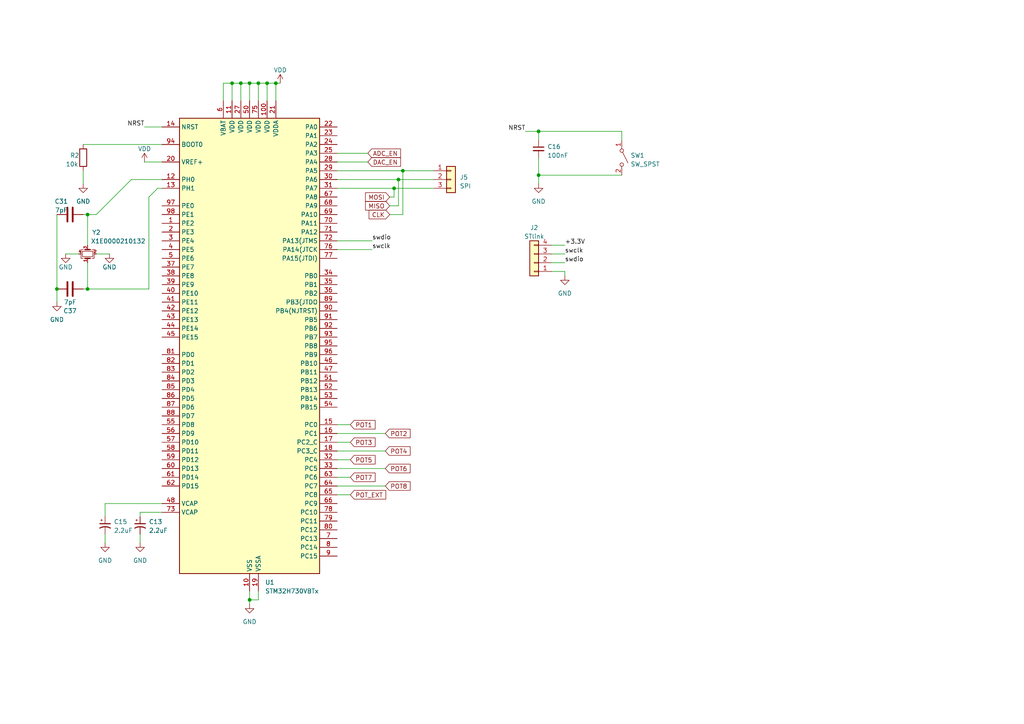
<source format=kicad_sch>
(kicad_sch (version 20230121) (generator eeschema)

  (uuid ed90560d-1b18-488d-aa1b-04d874e19a1b)

  (paper "A4")

  (lib_symbols
    (symbol "Connector_Generic:Conn_01x03" (pin_names (offset 1.016) hide) (in_bom yes) (on_board yes)
      (property "Reference" "J" (at 0 5.08 0)
        (effects (font (size 1.27 1.27)))
      )
      (property "Value" "Conn_01x03" (at 0 -5.08 0)
        (effects (font (size 1.27 1.27)))
      )
      (property "Footprint" "" (at 0 0 0)
        (effects (font (size 1.27 1.27)) hide)
      )
      (property "Datasheet" "~" (at 0 0 0)
        (effects (font (size 1.27 1.27)) hide)
      )
      (property "ki_keywords" "connector" (at 0 0 0)
        (effects (font (size 1.27 1.27)) hide)
      )
      (property "ki_description" "Generic connector, single row, 01x03, script generated (kicad-library-utils/schlib/autogen/connector/)" (at 0 0 0)
        (effects (font (size 1.27 1.27)) hide)
      )
      (property "ki_fp_filters" "Connector*:*_1x??_*" (at 0 0 0)
        (effects (font (size 1.27 1.27)) hide)
      )
      (symbol "Conn_01x03_1_1"
        (rectangle (start -1.27 -2.413) (end 0 -2.667)
          (stroke (width 0.1524) (type default))
          (fill (type none))
        )
        (rectangle (start -1.27 0.127) (end 0 -0.127)
          (stroke (width 0.1524) (type default))
          (fill (type none))
        )
        (rectangle (start -1.27 2.667) (end 0 2.413)
          (stroke (width 0.1524) (type default))
          (fill (type none))
        )
        (rectangle (start -1.27 3.81) (end 1.27 -3.81)
          (stroke (width 0.254) (type default))
          (fill (type background))
        )
        (pin passive line (at -5.08 2.54 0) (length 3.81)
          (name "Pin_1" (effects (font (size 1.27 1.27))))
          (number "1" (effects (font (size 1.27 1.27))))
        )
        (pin passive line (at -5.08 0 0) (length 3.81)
          (name "Pin_2" (effects (font (size 1.27 1.27))))
          (number "2" (effects (font (size 1.27 1.27))))
        )
        (pin passive line (at -5.08 -2.54 0) (length 3.81)
          (name "Pin_3" (effects (font (size 1.27 1.27))))
          (number "3" (effects (font (size 1.27 1.27))))
        )
      )
    )
    (symbol "Connector_Generic:Conn_01x04" (pin_names (offset 1.016) hide) (in_bom yes) (on_board yes)
      (property "Reference" "J" (at 0 5.08 0)
        (effects (font (size 1.27 1.27)))
      )
      (property "Value" "Conn_01x04" (at 0 -7.62 0)
        (effects (font (size 1.27 1.27)))
      )
      (property "Footprint" "" (at 0 0 0)
        (effects (font (size 1.27 1.27)) hide)
      )
      (property "Datasheet" "~" (at 0 0 0)
        (effects (font (size 1.27 1.27)) hide)
      )
      (property "ki_keywords" "connector" (at 0 0 0)
        (effects (font (size 1.27 1.27)) hide)
      )
      (property "ki_description" "Generic connector, single row, 01x04, script generated (kicad-library-utils/schlib/autogen/connector/)" (at 0 0 0)
        (effects (font (size 1.27 1.27)) hide)
      )
      (property "ki_fp_filters" "Connector*:*_1x??_*" (at 0 0 0)
        (effects (font (size 1.27 1.27)) hide)
      )
      (symbol "Conn_01x04_1_1"
        (rectangle (start -1.27 -4.953) (end 0 -5.207)
          (stroke (width 0.1524) (type default))
          (fill (type none))
        )
        (rectangle (start -1.27 -2.413) (end 0 -2.667)
          (stroke (width 0.1524) (type default))
          (fill (type none))
        )
        (rectangle (start -1.27 0.127) (end 0 -0.127)
          (stroke (width 0.1524) (type default))
          (fill (type none))
        )
        (rectangle (start -1.27 2.667) (end 0 2.413)
          (stroke (width 0.1524) (type default))
          (fill (type none))
        )
        (rectangle (start -1.27 3.81) (end 1.27 -6.35)
          (stroke (width 0.254) (type default))
          (fill (type background))
        )
        (pin passive line (at -5.08 2.54 0) (length 3.81)
          (name "Pin_1" (effects (font (size 1.27 1.27))))
          (number "1" (effects (font (size 1.27 1.27))))
        )
        (pin passive line (at -5.08 0 0) (length 3.81)
          (name "Pin_2" (effects (font (size 1.27 1.27))))
          (number "2" (effects (font (size 1.27 1.27))))
        )
        (pin passive line (at -5.08 -2.54 0) (length 3.81)
          (name "Pin_3" (effects (font (size 1.27 1.27))))
          (number "3" (effects (font (size 1.27 1.27))))
        )
        (pin passive line (at -5.08 -5.08 0) (length 3.81)
          (name "Pin_4" (effects (font (size 1.27 1.27))))
          (number "4" (effects (font (size 1.27 1.27))))
        )
      )
    )
    (symbol "Device:C" (pin_numbers hide) (pin_names (offset 0.254)) (in_bom yes) (on_board yes)
      (property "Reference" "C" (at 0.635 2.54 0)
        (effects (font (size 1.27 1.27)) (justify left))
      )
      (property "Value" "C" (at 0.635 -2.54 0)
        (effects (font (size 1.27 1.27)) (justify left))
      )
      (property "Footprint" "" (at 0.9652 -3.81 0)
        (effects (font (size 1.27 1.27)) hide)
      )
      (property "Datasheet" "~" (at 0 0 0)
        (effects (font (size 1.27 1.27)) hide)
      )
      (property "ki_keywords" "cap capacitor" (at 0 0 0)
        (effects (font (size 1.27 1.27)) hide)
      )
      (property "ki_description" "Unpolarized capacitor" (at 0 0 0)
        (effects (font (size 1.27 1.27)) hide)
      )
      (property "ki_fp_filters" "C_*" (at 0 0 0)
        (effects (font (size 1.27 1.27)) hide)
      )
      (symbol "C_0_1"
        (polyline
          (pts
            (xy -2.032 -0.762)
            (xy 2.032 -0.762)
          )
          (stroke (width 0.508) (type default))
          (fill (type none))
        )
        (polyline
          (pts
            (xy -2.032 0.762)
            (xy 2.032 0.762)
          )
          (stroke (width 0.508) (type default))
          (fill (type none))
        )
      )
      (symbol "C_1_1"
        (pin passive line (at 0 3.81 270) (length 2.794)
          (name "~" (effects (font (size 1.27 1.27))))
          (number "1" (effects (font (size 1.27 1.27))))
        )
        (pin passive line (at 0 -3.81 90) (length 2.794)
          (name "~" (effects (font (size 1.27 1.27))))
          (number "2" (effects (font (size 1.27 1.27))))
        )
      )
    )
    (symbol "Device:C_Polarized_Small_US" (pin_numbers hide) (pin_names (offset 0.254) hide) (in_bom yes) (on_board yes)
      (property "Reference" "C" (at 0.254 1.778 0)
        (effects (font (size 1.27 1.27)) (justify left))
      )
      (property "Value" "C_Polarized_Small_US" (at 0.254 -2.032 0)
        (effects (font (size 1.27 1.27)) (justify left))
      )
      (property "Footprint" "" (at 0 0 0)
        (effects (font (size 1.27 1.27)) hide)
      )
      (property "Datasheet" "~" (at 0 0 0)
        (effects (font (size 1.27 1.27)) hide)
      )
      (property "ki_keywords" "cap capacitor" (at 0 0 0)
        (effects (font (size 1.27 1.27)) hide)
      )
      (property "ki_description" "Polarized capacitor, small US symbol" (at 0 0 0)
        (effects (font (size 1.27 1.27)) hide)
      )
      (property "ki_fp_filters" "CP_*" (at 0 0 0)
        (effects (font (size 1.27 1.27)) hide)
      )
      (symbol "C_Polarized_Small_US_0_1"
        (polyline
          (pts
            (xy -1.524 0.508)
            (xy 1.524 0.508)
          )
          (stroke (width 0.3048) (type default))
          (fill (type none))
        )
        (polyline
          (pts
            (xy -1.27 1.524)
            (xy -0.762 1.524)
          )
          (stroke (width 0) (type default))
          (fill (type none))
        )
        (polyline
          (pts
            (xy -1.016 1.27)
            (xy -1.016 1.778)
          )
          (stroke (width 0) (type default))
          (fill (type none))
        )
        (arc (start 1.524 -0.762) (mid 0 -0.3734) (end -1.524 -0.762)
          (stroke (width 0.3048) (type default))
          (fill (type none))
        )
      )
      (symbol "C_Polarized_Small_US_1_1"
        (pin passive line (at 0 2.54 270) (length 2.032)
          (name "~" (effects (font (size 1.27 1.27))))
          (number "1" (effects (font (size 1.27 1.27))))
        )
        (pin passive line (at 0 -2.54 90) (length 2.032)
          (name "~" (effects (font (size 1.27 1.27))))
          (number "2" (effects (font (size 1.27 1.27))))
        )
      )
    )
    (symbol "Device:C_Small" (pin_numbers hide) (pin_names (offset 0.254) hide) (in_bom yes) (on_board yes)
      (property "Reference" "C" (at 0.254 1.778 0)
        (effects (font (size 1.27 1.27)) (justify left))
      )
      (property "Value" "C_Small" (at 0.254 -2.032 0)
        (effects (font (size 1.27 1.27)) (justify left))
      )
      (property "Footprint" "" (at 0 0 0)
        (effects (font (size 1.27 1.27)) hide)
      )
      (property "Datasheet" "~" (at 0 0 0)
        (effects (font (size 1.27 1.27)) hide)
      )
      (property "ki_keywords" "capacitor cap" (at 0 0 0)
        (effects (font (size 1.27 1.27)) hide)
      )
      (property "ki_description" "Unpolarized capacitor, small symbol" (at 0 0 0)
        (effects (font (size 1.27 1.27)) hide)
      )
      (property "ki_fp_filters" "C_*" (at 0 0 0)
        (effects (font (size 1.27 1.27)) hide)
      )
      (symbol "C_Small_0_1"
        (polyline
          (pts
            (xy -1.524 -0.508)
            (xy 1.524 -0.508)
          )
          (stroke (width 0.3302) (type default))
          (fill (type none))
        )
        (polyline
          (pts
            (xy -1.524 0.508)
            (xy 1.524 0.508)
          )
          (stroke (width 0.3048) (type default))
          (fill (type none))
        )
      )
      (symbol "C_Small_1_1"
        (pin passive line (at 0 2.54 270) (length 2.032)
          (name "~" (effects (font (size 1.27 1.27))))
          (number "1" (effects (font (size 1.27 1.27))))
        )
        (pin passive line (at 0 -2.54 90) (length 2.032)
          (name "~" (effects (font (size 1.27 1.27))))
          (number "2" (effects (font (size 1.27 1.27))))
        )
      )
    )
    (symbol "Device:Crystal_GND24_Small" (pin_names (offset 1.016) hide) (in_bom yes) (on_board yes)
      (property "Reference" "Y" (at 1.27 4.445 0)
        (effects (font (size 1.27 1.27)) (justify left))
      )
      (property "Value" "Crystal_GND24_Small" (at 1.27 2.54 0)
        (effects (font (size 1.27 1.27)) (justify left))
      )
      (property "Footprint" "" (at 0 0 0)
        (effects (font (size 1.27 1.27)) hide)
      )
      (property "Datasheet" "~" (at 0 0 0)
        (effects (font (size 1.27 1.27)) hide)
      )
      (property "ki_keywords" "quartz ceramic resonator oscillator" (at 0 0 0)
        (effects (font (size 1.27 1.27)) hide)
      )
      (property "ki_description" "Four pin crystal, GND on pins 2 and 4, small symbol" (at 0 0 0)
        (effects (font (size 1.27 1.27)) hide)
      )
      (property "ki_fp_filters" "Crystal*" (at 0 0 0)
        (effects (font (size 1.27 1.27)) hide)
      )
      (symbol "Crystal_GND24_Small_0_1"
        (rectangle (start -0.762 -1.524) (end 0.762 1.524)
          (stroke (width 0) (type default))
          (fill (type none))
        )
        (polyline
          (pts
            (xy -1.27 -0.762)
            (xy -1.27 0.762)
          )
          (stroke (width 0.381) (type default))
          (fill (type none))
        )
        (polyline
          (pts
            (xy 1.27 -0.762)
            (xy 1.27 0.762)
          )
          (stroke (width 0.381) (type default))
          (fill (type none))
        )
        (polyline
          (pts
            (xy -1.27 -1.27)
            (xy -1.27 -1.905)
            (xy 1.27 -1.905)
            (xy 1.27 -1.27)
          )
          (stroke (width 0) (type default))
          (fill (type none))
        )
        (polyline
          (pts
            (xy -1.27 1.27)
            (xy -1.27 1.905)
            (xy 1.27 1.905)
            (xy 1.27 1.27)
          )
          (stroke (width 0) (type default))
          (fill (type none))
        )
      )
      (symbol "Crystal_GND24_Small_1_1"
        (pin passive line (at -2.54 0 0) (length 1.27)
          (name "1" (effects (font (size 1.27 1.27))))
          (number "1" (effects (font (size 0.762 0.762))))
        )
        (pin passive line (at 0 -2.54 90) (length 0.635)
          (name "2" (effects (font (size 1.27 1.27))))
          (number "2" (effects (font (size 0.762 0.762))))
        )
        (pin passive line (at 2.54 0 180) (length 1.27)
          (name "3" (effects (font (size 1.27 1.27))))
          (number "3" (effects (font (size 0.762 0.762))))
        )
        (pin passive line (at 0 2.54 270) (length 0.635)
          (name "4" (effects (font (size 1.27 1.27))))
          (number "4" (effects (font (size 0.762 0.762))))
        )
      )
    )
    (symbol "Device:R" (pin_numbers hide) (pin_names (offset 0)) (in_bom yes) (on_board yes)
      (property "Reference" "R" (at 2.032 0 90)
        (effects (font (size 1.27 1.27)))
      )
      (property "Value" "R" (at 0 0 90)
        (effects (font (size 1.27 1.27)))
      )
      (property "Footprint" "" (at -1.778 0 90)
        (effects (font (size 1.27 1.27)) hide)
      )
      (property "Datasheet" "~" (at 0 0 0)
        (effects (font (size 1.27 1.27)) hide)
      )
      (property "ki_keywords" "R res resistor" (at 0 0 0)
        (effects (font (size 1.27 1.27)) hide)
      )
      (property "ki_description" "Resistor" (at 0 0 0)
        (effects (font (size 1.27 1.27)) hide)
      )
      (property "ki_fp_filters" "R_*" (at 0 0 0)
        (effects (font (size 1.27 1.27)) hide)
      )
      (symbol "R_0_1"
        (rectangle (start -1.016 -2.54) (end 1.016 2.54)
          (stroke (width 0.254) (type default))
          (fill (type none))
        )
      )
      (symbol "R_1_1"
        (pin passive line (at 0 3.81 270) (length 1.27)
          (name "~" (effects (font (size 1.27 1.27))))
          (number "1" (effects (font (size 1.27 1.27))))
        )
        (pin passive line (at 0 -3.81 90) (length 1.27)
          (name "~" (effects (font (size 1.27 1.27))))
          (number "2" (effects (font (size 1.27 1.27))))
        )
      )
    )
    (symbol "MCU_ST_STM32H7:STM32H730VBTx" (in_bom yes) (on_board yes)
      (property "Reference" "U" (at -20.32 67.31 0)
        (effects (font (size 1.27 1.27)) (justify left))
      )
      (property "Value" "STM32H730VBTx" (at 10.16 67.31 0)
        (effects (font (size 1.27 1.27)) (justify left))
      )
      (property "Footprint" "Package_QFP:LQFP-100_14x14mm_P0.5mm" (at -20.32 -66.04 0)
        (effects (font (size 1.27 1.27)) (justify right) hide)
      )
      (property "Datasheet" "https://www.st.com/resource/en/datasheet/stm32h730vb.pdf" (at 0 0 0)
        (effects (font (size 1.27 1.27)) hide)
      )
      (property "ki_locked" "" (at 0 0 0)
        (effects (font (size 1.27 1.27)))
      )
      (property "ki_keywords" "Arm Cortex-M7 STM32H7 STM32H730 Value line" (at 0 0 0)
        (effects (font (size 1.27 1.27)) hide)
      )
      (property "ki_description" "STMicroelectronics Arm Cortex-M7 MCU, 128KB flash, 564KB RAM, 550 MHz, 1.71-3.6V, 82 GPIO, LQFP100" (at 0 0 0)
        (effects (font (size 1.27 1.27)) hide)
      )
      (property "ki_fp_filters" "LQFP*14x14mm*P0.5mm*" (at 0 0 0)
        (effects (font (size 1.27 1.27)) hide)
      )
      (symbol "STM32H730VBTx_0_1"
        (rectangle (start -20.32 -66.04) (end 20.32 66.04)
          (stroke (width 0.254) (type default))
          (fill (type background))
        )
      )
      (symbol "STM32H730VBTx_1_1"
        (pin bidirectional line (at -25.4 35.56 0) (length 5.08)
          (name "PE2" (effects (font (size 1.27 1.27))))
          (number "1" (effects (font (size 1.27 1.27))))
          (alternate "DEBUG_TRACECLK" bidirectional line)
          (alternate "ETH_TXD3" bidirectional line)
          (alternate "FMC_A23" bidirectional line)
          (alternate "OCTOSPIM_P1_IO2" bidirectional line)
          (alternate "SAI1_CK1" bidirectional line)
          (alternate "SAI1_MCLK_A" bidirectional line)
          (alternate "SAI4_CK1" bidirectional line)
          (alternate "SAI4_MCLK_A" bidirectional line)
          (alternate "SPI4_SCK" bidirectional line)
          (alternate "USART10_RX" bidirectional line)
        )
        (pin power_in line (at 0 -71.12 90) (length 5.08)
          (name "VSS" (effects (font (size 1.27 1.27))))
          (number "10" (effects (font (size 1.27 1.27))))
        )
        (pin power_in line (at 5.08 71.12 270) (length 5.08)
          (name "VDD" (effects (font (size 1.27 1.27))))
          (number "100" (effects (font (size 1.27 1.27))))
        )
        (pin power_in line (at -5.08 71.12 270) (length 5.08)
          (name "VDD" (effects (font (size 1.27 1.27))))
          (number "11" (effects (font (size 1.27 1.27))))
        )
        (pin bidirectional line (at -25.4 48.26 0) (length 5.08)
          (name "PH0" (effects (font (size 1.27 1.27))))
          (number "12" (effects (font (size 1.27 1.27))))
          (alternate "RCC_OSC_IN" bidirectional line)
        )
        (pin bidirectional line (at -25.4 45.72 0) (length 5.08)
          (name "PH1" (effects (font (size 1.27 1.27))))
          (number "13" (effects (font (size 1.27 1.27))))
          (alternate "RCC_OSC_OUT" bidirectional line)
        )
        (pin input line (at -25.4 63.5 0) (length 5.08)
          (name "NRST" (effects (font (size 1.27 1.27))))
          (number "14" (effects (font (size 1.27 1.27))))
        )
        (pin bidirectional line (at 25.4 -22.86 180) (length 5.08)
          (name "PC0" (effects (font (size 1.27 1.27))))
          (number "15" (effects (font (size 1.27 1.27))))
          (alternate "ADC1_INP10" bidirectional line)
          (alternate "ADC2_INP10" bidirectional line)
          (alternate "ADC3_INP10" bidirectional line)
          (alternate "DFSDM1_CKIN0" bidirectional line)
          (alternate "DFSDM1_DATIN4" bidirectional line)
          (alternate "FMC_A25" bidirectional line)
          (alternate "FMC_D12" bidirectional line)
          (alternate "FMC_DA12" bidirectional line)
          (alternate "FMC_SDNWE" bidirectional line)
          (alternate "LTDC_G2" bidirectional line)
          (alternate "LTDC_R5" bidirectional line)
          (alternate "SAI4_FS_B" bidirectional line)
          (alternate "USB_OTG_HS_ULPI_STP" bidirectional line)
        )
        (pin bidirectional line (at 25.4 -25.4 180) (length 5.08)
          (name "PC1" (effects (font (size 1.27 1.27))))
          (number "16" (effects (font (size 1.27 1.27))))
          (alternate "ADC1_INN10" bidirectional line)
          (alternate "ADC1_INP11" bidirectional line)
          (alternate "ADC2_INN10" bidirectional line)
          (alternate "ADC2_INP11" bidirectional line)
          (alternate "ADC3_INN10" bidirectional line)
          (alternate "ADC3_INP11" bidirectional line)
          (alternate "DEBUG_TRACED0" bidirectional line)
          (alternate "DFSDM1_CKIN4" bidirectional line)
          (alternate "DFSDM1_DATIN0" bidirectional line)
          (alternate "ETH_MDC" bidirectional line)
          (alternate "I2S2_SDO" bidirectional line)
          (alternate "LTDC_G5" bidirectional line)
          (alternate "MDIOS_MDC" bidirectional line)
          (alternate "OCTOSPIM_P1_IO4" bidirectional line)
          (alternate "PWR_WKUP6" bidirectional line)
          (alternate "RTC_TAMP3" bidirectional line)
          (alternate "SAI1_D1" bidirectional line)
          (alternate "SAI1_SD_A" bidirectional line)
          (alternate "SAI4_D1" bidirectional line)
          (alternate "SAI4_SD_A" bidirectional line)
          (alternate "SDMMC2_CK" bidirectional line)
          (alternate "SPI2_MOSI" bidirectional line)
        )
        (pin bidirectional line (at 25.4 -27.94 180) (length 5.08)
          (name "PC2_C" (effects (font (size 1.27 1.27))))
          (number "17" (effects (font (size 1.27 1.27))))
          (alternate "ADC3_INN1" bidirectional line)
          (alternate "ADC3_INP0" bidirectional line)
          (alternate "DFSDM1_CKIN1" bidirectional line)
          (alternate "DFSDM1_CKOUT" bidirectional line)
          (alternate "ETH_TXD2" bidirectional line)
          (alternate "FMC_SDNE0" bidirectional line)
          (alternate "I2S2_SDI" bidirectional line)
          (alternate "OCTOSPIM_P1_IO2" bidirectional line)
          (alternate "OCTOSPIM_P1_IO5" bidirectional line)
          (alternate "PWR_CSTOP" bidirectional line)
          (alternate "SPI2_MISO" bidirectional line)
          (alternate "USB_OTG_HS_ULPI_DIR" bidirectional line)
        )
        (pin bidirectional line (at 25.4 -30.48 180) (length 5.08)
          (name "PC3_C" (effects (font (size 1.27 1.27))))
          (number "18" (effects (font (size 1.27 1.27))))
          (alternate "ADC3_INP1" bidirectional line)
          (alternate "DFSDM1_DATIN1" bidirectional line)
          (alternate "ETH_TX_CLK" bidirectional line)
          (alternate "FMC_SDCKE0" bidirectional line)
          (alternate "I2S2_SDO" bidirectional line)
          (alternate "OCTOSPIM_P1_IO0" bidirectional line)
          (alternate "OCTOSPIM_P1_IO6" bidirectional line)
          (alternate "PWR_CSLEEP" bidirectional line)
          (alternate "SPI2_MOSI" bidirectional line)
          (alternate "USB_OTG_HS_ULPI_NXT" bidirectional line)
        )
        (pin power_in line (at 2.54 -71.12 90) (length 5.08)
          (name "VSSA" (effects (font (size 1.27 1.27))))
          (number "19" (effects (font (size 1.27 1.27))))
        )
        (pin bidirectional line (at -25.4 33.02 0) (length 5.08)
          (name "PE3" (effects (font (size 1.27 1.27))))
          (number "2" (effects (font (size 1.27 1.27))))
          (alternate "DEBUG_TRACED0" bidirectional line)
          (alternate "FMC_A19" bidirectional line)
          (alternate "SAI1_SD_B" bidirectional line)
          (alternate "SAI4_SD_B" bidirectional line)
          (alternate "TIM15_BKIN" bidirectional line)
          (alternate "USART10_TX" bidirectional line)
        )
        (pin input line (at -25.4 53.34 0) (length 5.08)
          (name "VREF+" (effects (font (size 1.27 1.27))))
          (number "20" (effects (font (size 1.27 1.27))))
          (alternate "VREFBUF_OUT" bidirectional line)
        )
        (pin power_in line (at 7.62 71.12 270) (length 5.08)
          (name "VDDA" (effects (font (size 1.27 1.27))))
          (number "21" (effects (font (size 1.27 1.27))))
        )
        (pin bidirectional line (at 25.4 63.5 180) (length 5.08)
          (name "PA0" (effects (font (size 1.27 1.27))))
          (number "22" (effects (font (size 1.27 1.27))))
          (alternate "ADC1_INP16" bidirectional line)
          (alternate "ETH_CRS" bidirectional line)
          (alternate "FMC_A19" bidirectional line)
          (alternate "I2S6_WS" bidirectional line)
          (alternate "PWR_WKUP1" bidirectional line)
          (alternate "SAI4_SD_B" bidirectional line)
          (alternate "SDMMC2_CMD" bidirectional line)
          (alternate "SPI6_NSS" bidirectional line)
          (alternate "TIM15_BKIN" bidirectional line)
          (alternate "TIM2_CH1" bidirectional line)
          (alternate "TIM2_ETR" bidirectional line)
          (alternate "TIM5_CH1" bidirectional line)
          (alternate "TIM8_ETR" bidirectional line)
          (alternate "UART4_TX" bidirectional line)
          (alternate "USART2_CTS" bidirectional line)
          (alternate "USART2_NSS" bidirectional line)
        )
        (pin bidirectional line (at 25.4 60.96 180) (length 5.08)
          (name "PA1" (effects (font (size 1.27 1.27))))
          (number "23" (effects (font (size 1.27 1.27))))
          (alternate "ADC1_INN16" bidirectional line)
          (alternate "ADC1_INP17" bidirectional line)
          (alternate "ETH_REF_CLK" bidirectional line)
          (alternate "ETH_RX_CLK" bidirectional line)
          (alternate "LPTIM3_OUT" bidirectional line)
          (alternate "LTDC_R2" bidirectional line)
          (alternate "OCTOSPIM_P1_DQS" bidirectional line)
          (alternate "OCTOSPIM_P1_IO3" bidirectional line)
          (alternate "SAI4_MCLK_B" bidirectional line)
          (alternate "TIM15_CH1N" bidirectional line)
          (alternate "TIM2_CH2" bidirectional line)
          (alternate "TIM5_CH2" bidirectional line)
          (alternate "UART4_RX" bidirectional line)
          (alternate "USART2_DE" bidirectional line)
          (alternate "USART2_RTS" bidirectional line)
        )
        (pin bidirectional line (at 25.4 58.42 180) (length 5.08)
          (name "PA2" (effects (font (size 1.27 1.27))))
          (number "24" (effects (font (size 1.27 1.27))))
          (alternate "ADC1_INP14" bidirectional line)
          (alternate "ADC2_INP14" bidirectional line)
          (alternate "ETH_MDIO" bidirectional line)
          (alternate "LPTIM4_OUT" bidirectional line)
          (alternate "LTDC_R1" bidirectional line)
          (alternate "MDIOS_MDIO" bidirectional line)
          (alternate "OCTOSPIM_P1_IO0" bidirectional line)
          (alternate "PWR_WKUP2" bidirectional line)
          (alternate "SAI4_SCK_B" bidirectional line)
          (alternate "TIM15_CH1" bidirectional line)
          (alternate "TIM2_CH3" bidirectional line)
          (alternate "TIM5_CH3" bidirectional line)
          (alternate "USART2_TX" bidirectional line)
        )
        (pin bidirectional line (at 25.4 55.88 180) (length 5.08)
          (name "PA3" (effects (font (size 1.27 1.27))))
          (number "25" (effects (font (size 1.27 1.27))))
          (alternate "ADC1_INP15" bidirectional line)
          (alternate "ADC2_INP15" bidirectional line)
          (alternate "ETH_COL" bidirectional line)
          (alternate "I2S6_MCK" bidirectional line)
          (alternate "LPTIM5_OUT" bidirectional line)
          (alternate "LTDC_B2" bidirectional line)
          (alternate "LTDC_B5" bidirectional line)
          (alternate "OCTOSPIM_P1_CLK" bidirectional line)
          (alternate "OCTOSPIM_P1_IO2" bidirectional line)
          (alternate "TIM15_CH2" bidirectional line)
          (alternate "TIM2_CH4" bidirectional line)
          (alternate "TIM5_CH4" bidirectional line)
          (alternate "USART2_RX" bidirectional line)
          (alternate "USB_OTG_HS_ULPI_D0" bidirectional line)
        )
        (pin passive line (at 0 -71.12 90) (length 5.08) hide
          (name "VSS" (effects (font (size 1.27 1.27))))
          (number "26" (effects (font (size 1.27 1.27))))
        )
        (pin power_in line (at -2.54 71.12 270) (length 5.08)
          (name "VDD" (effects (font (size 1.27 1.27))))
          (number "27" (effects (font (size 1.27 1.27))))
        )
        (pin bidirectional line (at 25.4 53.34 180) (length 5.08)
          (name "PA4" (effects (font (size 1.27 1.27))))
          (number "28" (effects (font (size 1.27 1.27))))
          (alternate "ADC1_INP18" bidirectional line)
          (alternate "ADC2_INP18" bidirectional line)
          (alternate "DAC1_OUT1" bidirectional line)
          (alternate "DCMI_HSYNC" bidirectional line)
          (alternate "FMC_D8" bidirectional line)
          (alternate "FMC_DA8" bidirectional line)
          (alternate "I2S1_WS" bidirectional line)
          (alternate "I2S3_WS" bidirectional line)
          (alternate "I2S6_WS" bidirectional line)
          (alternate "LTDC_VSYNC" bidirectional line)
          (alternate "PSSI_DE" bidirectional line)
          (alternate "SPI1_NSS" bidirectional line)
          (alternate "SPI3_NSS" bidirectional line)
          (alternate "SPI6_NSS" bidirectional line)
          (alternate "TIM5_ETR" bidirectional line)
          (alternate "USART2_CK" bidirectional line)
        )
        (pin bidirectional line (at 25.4 50.8 180) (length 5.08)
          (name "PA5" (effects (font (size 1.27 1.27))))
          (number "29" (effects (font (size 1.27 1.27))))
          (alternate "ADC1_INN18" bidirectional line)
          (alternate "ADC1_INP19" bidirectional line)
          (alternate "ADC2_INN18" bidirectional line)
          (alternate "ADC2_INP19" bidirectional line)
          (alternate "DAC1_OUT2" bidirectional line)
          (alternate "FMC_D9" bidirectional line)
          (alternate "FMC_DA9" bidirectional line)
          (alternate "I2S1_CK" bidirectional line)
          (alternate "I2S6_CK" bidirectional line)
          (alternate "LTDC_R4" bidirectional line)
          (alternate "PSSI_D14" bidirectional line)
          (alternate "PWR_NDSTOP2" bidirectional line)
          (alternate "SPI1_SCK" bidirectional line)
          (alternate "SPI6_SCK" bidirectional line)
          (alternate "TIM2_CH1" bidirectional line)
          (alternate "TIM2_ETR" bidirectional line)
          (alternate "TIM8_CH1N" bidirectional line)
          (alternate "USB_OTG_HS_ULPI_CK" bidirectional line)
        )
        (pin bidirectional line (at -25.4 30.48 0) (length 5.08)
          (name "PE4" (effects (font (size 1.27 1.27))))
          (number "3" (effects (font (size 1.27 1.27))))
          (alternate "DCMI_D4" bidirectional line)
          (alternate "DEBUG_TRACED1" bidirectional line)
          (alternate "DFSDM1_DATIN3" bidirectional line)
          (alternate "FMC_A20" bidirectional line)
          (alternate "LTDC_B0" bidirectional line)
          (alternate "PSSI_D4" bidirectional line)
          (alternate "SAI1_D2" bidirectional line)
          (alternate "SAI1_FS_A" bidirectional line)
          (alternate "SAI4_D2" bidirectional line)
          (alternate "SAI4_FS_A" bidirectional line)
          (alternate "SPI4_NSS" bidirectional line)
          (alternate "TIM15_CH1N" bidirectional line)
        )
        (pin bidirectional line (at 25.4 48.26 180) (length 5.08)
          (name "PA6" (effects (font (size 1.27 1.27))))
          (number "30" (effects (font (size 1.27 1.27))))
          (alternate "ADC1_INP3" bidirectional line)
          (alternate "ADC2_INP3" bidirectional line)
          (alternate "DCMI_PIXCLK" bidirectional line)
          (alternate "I2S1_SDI" bidirectional line)
          (alternate "I2S6_SDI" bidirectional line)
          (alternate "LTDC_G2" bidirectional line)
          (alternate "MDIOS_MDC" bidirectional line)
          (alternate "OCTOSPIM_P1_IO3" bidirectional line)
          (alternate "PSSI_PDCK" bidirectional line)
          (alternate "SPI1_MISO" bidirectional line)
          (alternate "SPI6_MISO" bidirectional line)
          (alternate "TIM13_CH1" bidirectional line)
          (alternate "TIM1_BKIN" bidirectional line)
          (alternate "TIM1_BKIN_COMP1" bidirectional line)
          (alternate "TIM1_BKIN_COMP2" bidirectional line)
          (alternate "TIM3_CH1" bidirectional line)
          (alternate "TIM8_BKIN" bidirectional line)
          (alternate "TIM8_BKIN_COMP1" bidirectional line)
          (alternate "TIM8_BKIN_COMP2" bidirectional line)
        )
        (pin bidirectional line (at 25.4 45.72 180) (length 5.08)
          (name "PA7" (effects (font (size 1.27 1.27))))
          (number "31" (effects (font (size 1.27 1.27))))
          (alternate "ADC1_INN3" bidirectional line)
          (alternate "ADC1_INP7" bidirectional line)
          (alternate "ADC2_INN3" bidirectional line)
          (alternate "ADC2_INP7" bidirectional line)
          (alternate "ETH_CRS_DV" bidirectional line)
          (alternate "ETH_RX_DV" bidirectional line)
          (alternate "FMC_SDNWE" bidirectional line)
          (alternate "I2S1_SDO" bidirectional line)
          (alternate "I2S6_SDO" bidirectional line)
          (alternate "LTDC_VSYNC" bidirectional line)
          (alternate "OCTOSPIM_P1_IO2" bidirectional line)
          (alternate "OPAMP1_VINM" bidirectional line)
          (alternate "SPI1_MOSI" bidirectional line)
          (alternate "SPI6_MOSI" bidirectional line)
          (alternate "TIM14_CH1" bidirectional line)
          (alternate "TIM1_CH1N" bidirectional line)
          (alternate "TIM3_CH2" bidirectional line)
          (alternate "TIM8_CH1N" bidirectional line)
        )
        (pin bidirectional line (at 25.4 -33.02 180) (length 5.08)
          (name "PC4" (effects (font (size 1.27 1.27))))
          (number "32" (effects (font (size 1.27 1.27))))
          (alternate "ADC1_INP4" bidirectional line)
          (alternate "ADC2_INP4" bidirectional line)
          (alternate "COMP1_INM" bidirectional line)
          (alternate "DFSDM1_CKIN2" bidirectional line)
          (alternate "ETH_RXD0" bidirectional line)
          (alternate "FMC_A22" bidirectional line)
          (alternate "FMC_SDNE0" bidirectional line)
          (alternate "I2S1_MCK" bidirectional line)
          (alternate "LTDC_R7" bidirectional line)
          (alternate "OPAMP1_VOUT" bidirectional line)
          (alternate "SDMMC2_CKIN" bidirectional line)
          (alternate "SPDIFRX1_IN2" bidirectional line)
        )
        (pin bidirectional line (at 25.4 -35.56 180) (length 5.08)
          (name "PC5" (effects (font (size 1.27 1.27))))
          (number "33" (effects (font (size 1.27 1.27))))
          (alternate "ADC1_INN4" bidirectional line)
          (alternate "ADC1_INP8" bidirectional line)
          (alternate "ADC2_INN4" bidirectional line)
          (alternate "ADC2_INP8" bidirectional line)
          (alternate "COMP1_OUT" bidirectional line)
          (alternate "DFSDM1_DATIN2" bidirectional line)
          (alternate "ETH_RXD1" bidirectional line)
          (alternate "FMC_SDCKE0" bidirectional line)
          (alternate "LTDC_DE" bidirectional line)
          (alternate "OCTOSPIM_P1_DQS" bidirectional line)
          (alternate "OPAMP1_VINM" bidirectional line)
          (alternate "PSSI_D15" bidirectional line)
          (alternate "SAI1_D3" bidirectional line)
          (alternate "SAI4_D3" bidirectional line)
          (alternate "SPDIFRX1_IN3" bidirectional line)
        )
        (pin bidirectional line (at 25.4 20.32 180) (length 5.08)
          (name "PB0" (effects (font (size 1.27 1.27))))
          (number "34" (effects (font (size 1.27 1.27))))
          (alternate "ADC1_INN5" bidirectional line)
          (alternate "ADC1_INP9" bidirectional line)
          (alternate "ADC2_INN5" bidirectional line)
          (alternate "ADC2_INP9" bidirectional line)
          (alternate "COMP1_INP" bidirectional line)
          (alternate "DFSDM1_CKOUT" bidirectional line)
          (alternate "ETH_RXD2" bidirectional line)
          (alternate "LTDC_G1" bidirectional line)
          (alternate "LTDC_R3" bidirectional line)
          (alternate "OCTOSPIM_P1_IO1" bidirectional line)
          (alternate "OPAMP1_VINP" bidirectional line)
          (alternate "TIM1_CH2N" bidirectional line)
          (alternate "TIM3_CH3" bidirectional line)
          (alternate "TIM8_CH2N" bidirectional line)
          (alternate "UART4_CTS" bidirectional line)
          (alternate "USB_OTG_HS_ULPI_D1" bidirectional line)
        )
        (pin bidirectional line (at 25.4 17.78 180) (length 5.08)
          (name "PB1" (effects (font (size 1.27 1.27))))
          (number "35" (effects (font (size 1.27 1.27))))
          (alternate "ADC1_INP5" bidirectional line)
          (alternate "ADC2_INP5" bidirectional line)
          (alternate "COMP1_INM" bidirectional line)
          (alternate "DFSDM1_DATIN1" bidirectional line)
          (alternate "ETH_RXD3" bidirectional line)
          (alternate "LTDC_G0" bidirectional line)
          (alternate "LTDC_R6" bidirectional line)
          (alternate "OCTOSPIM_P1_IO0" bidirectional line)
          (alternate "TIM1_CH3N" bidirectional line)
          (alternate "TIM3_CH4" bidirectional line)
          (alternate "TIM8_CH3N" bidirectional line)
          (alternate "USB_OTG_HS_ULPI_D2" bidirectional line)
        )
        (pin bidirectional line (at 25.4 15.24 180) (length 5.08)
          (name "PB2" (effects (font (size 1.27 1.27))))
          (number "36" (effects (font (size 1.27 1.27))))
          (alternate "COMP1_INP" bidirectional line)
          (alternate "DFSDM1_CKIN1" bidirectional line)
          (alternate "ETH_TX_ER" bidirectional line)
          (alternate "I2S3_SDO" bidirectional line)
          (alternate "OCTOSPIM_P1_CLK" bidirectional line)
          (alternate "OCTOSPIM_P1_DQS" bidirectional line)
          (alternate "RTC_OUT_ALARM" bidirectional line)
          (alternate "RTC_OUT_CALIB" bidirectional line)
          (alternate "SAI1_D1" bidirectional line)
          (alternate "SAI1_SD_A" bidirectional line)
          (alternate "SAI4_D1" bidirectional line)
          (alternate "SAI4_SD_A" bidirectional line)
          (alternate "SPI3_MOSI" bidirectional line)
          (alternate "TIM23_ETR" bidirectional line)
        )
        (pin bidirectional line (at -25.4 22.86 0) (length 5.08)
          (name "PE7" (effects (font (size 1.27 1.27))))
          (number "37" (effects (font (size 1.27 1.27))))
          (alternate "COMP2_INM" bidirectional line)
          (alternate "DFSDM1_DATIN2" bidirectional line)
          (alternate "FMC_D4" bidirectional line)
          (alternate "FMC_DA4" bidirectional line)
          (alternate "OCTOSPIM_P1_IO4" bidirectional line)
          (alternate "OPAMP2_VOUT" bidirectional line)
          (alternate "TIM1_ETR" bidirectional line)
          (alternate "UART7_RX" bidirectional line)
        )
        (pin bidirectional line (at -25.4 20.32 0) (length 5.08)
          (name "PE8" (effects (font (size 1.27 1.27))))
          (number "38" (effects (font (size 1.27 1.27))))
          (alternate "COMP2_OUT" bidirectional line)
          (alternate "DFSDM1_CKIN2" bidirectional line)
          (alternate "FMC_D5" bidirectional line)
          (alternate "FMC_DA5" bidirectional line)
          (alternate "OCTOSPIM_P1_IO5" bidirectional line)
          (alternate "OPAMP2_VINM" bidirectional line)
          (alternate "TIM1_CH1N" bidirectional line)
          (alternate "UART7_TX" bidirectional line)
        )
        (pin bidirectional line (at -25.4 17.78 0) (length 5.08)
          (name "PE9" (effects (font (size 1.27 1.27))))
          (number "39" (effects (font (size 1.27 1.27))))
          (alternate "COMP2_INP" bidirectional line)
          (alternate "DAC1_EXTI9" bidirectional line)
          (alternate "DFSDM1_CKOUT" bidirectional line)
          (alternate "FMC_D6" bidirectional line)
          (alternate "FMC_DA6" bidirectional line)
          (alternate "OCTOSPIM_P1_IO6" bidirectional line)
          (alternate "OPAMP2_VINP" bidirectional line)
          (alternate "TIM1_CH1" bidirectional line)
          (alternate "UART7_DE" bidirectional line)
          (alternate "UART7_RTS" bidirectional line)
        )
        (pin bidirectional line (at -25.4 27.94 0) (length 5.08)
          (name "PE5" (effects (font (size 1.27 1.27))))
          (number "4" (effects (font (size 1.27 1.27))))
          (alternate "DCMI_D6" bidirectional line)
          (alternate "DEBUG_TRACED2" bidirectional line)
          (alternate "DFSDM1_CKIN3" bidirectional line)
          (alternate "FMC_A21" bidirectional line)
          (alternate "LTDC_G0" bidirectional line)
          (alternate "PSSI_D6" bidirectional line)
          (alternate "SAI1_CK2" bidirectional line)
          (alternate "SAI1_SCK_A" bidirectional line)
          (alternate "SAI4_CK2" bidirectional line)
          (alternate "SAI4_SCK_A" bidirectional line)
          (alternate "SPI4_MISO" bidirectional line)
          (alternate "TIM15_CH1" bidirectional line)
        )
        (pin bidirectional line (at -25.4 15.24 0) (length 5.08)
          (name "PE10" (effects (font (size 1.27 1.27))))
          (number "40" (effects (font (size 1.27 1.27))))
          (alternate "COMP2_INM" bidirectional line)
          (alternate "DFSDM1_DATIN4" bidirectional line)
          (alternate "FMC_D7" bidirectional line)
          (alternate "FMC_DA7" bidirectional line)
          (alternate "OCTOSPIM_P1_IO7" bidirectional line)
          (alternate "TIM1_CH2N" bidirectional line)
          (alternate "UART7_CTS" bidirectional line)
        )
        (pin bidirectional line (at -25.4 12.7 0) (length 5.08)
          (name "PE11" (effects (font (size 1.27 1.27))))
          (number "41" (effects (font (size 1.27 1.27))))
          (alternate "ADC1_EXTI11" bidirectional line)
          (alternate "ADC2_EXTI11" bidirectional line)
          (alternate "ADC3_EXTI11" bidirectional line)
          (alternate "COMP2_INP" bidirectional line)
          (alternate "DFSDM1_CKIN4" bidirectional line)
          (alternate "FMC_D8" bidirectional line)
          (alternate "FMC_DA8" bidirectional line)
          (alternate "LTDC_G3" bidirectional line)
          (alternate "OCTOSPIM_P1_NCS" bidirectional line)
          (alternate "SAI4_SD_B" bidirectional line)
          (alternate "SPI4_NSS" bidirectional line)
          (alternate "TIM1_CH2" bidirectional line)
        )
        (pin bidirectional line (at -25.4 10.16 0) (length 5.08)
          (name "PE12" (effects (font (size 1.27 1.27))))
          (number "42" (effects (font (size 1.27 1.27))))
          (alternate "COMP1_OUT" bidirectional line)
          (alternate "DFSDM1_DATIN5" bidirectional line)
          (alternate "FMC_D9" bidirectional line)
          (alternate "FMC_DA9" bidirectional line)
          (alternate "LTDC_B4" bidirectional line)
          (alternate "SAI4_SCK_B" bidirectional line)
          (alternate "SPI4_SCK" bidirectional line)
          (alternate "TIM1_CH3N" bidirectional line)
        )
        (pin bidirectional line (at -25.4 7.62 0) (length 5.08)
          (name "PE13" (effects (font (size 1.27 1.27))))
          (number "43" (effects (font (size 1.27 1.27))))
          (alternate "COMP2_OUT" bidirectional line)
          (alternate "DFSDM1_CKIN5" bidirectional line)
          (alternate "FMC_D10" bidirectional line)
          (alternate "FMC_DA10" bidirectional line)
          (alternate "LTDC_DE" bidirectional line)
          (alternate "SAI4_FS_B" bidirectional line)
          (alternate "SPI4_MISO" bidirectional line)
          (alternate "TIM1_CH3" bidirectional line)
        )
        (pin bidirectional line (at -25.4 5.08 0) (length 5.08)
          (name "PE14" (effects (font (size 1.27 1.27))))
          (number "44" (effects (font (size 1.27 1.27))))
          (alternate "FMC_D11" bidirectional line)
          (alternate "FMC_DA11" bidirectional line)
          (alternate "LTDC_CLK" bidirectional line)
          (alternate "SAI4_MCLK_B" bidirectional line)
          (alternate "SPI4_MOSI" bidirectional line)
          (alternate "TIM1_CH4" bidirectional line)
        )
        (pin bidirectional line (at -25.4 2.54 0) (length 5.08)
          (name "PE15" (effects (font (size 1.27 1.27))))
          (number "45" (effects (font (size 1.27 1.27))))
          (alternate "ADC1_EXTI15" bidirectional line)
          (alternate "ADC2_EXTI15" bidirectional line)
          (alternate "ADC3_EXTI15" bidirectional line)
          (alternate "FMC_D12" bidirectional line)
          (alternate "FMC_DA12" bidirectional line)
          (alternate "LTDC_R7" bidirectional line)
          (alternate "TIM1_BKIN" bidirectional line)
          (alternate "TIM1_BKIN_COMP1" bidirectional line)
          (alternate "TIM1_BKIN_COMP2" bidirectional line)
          (alternate "USART10_CK" bidirectional line)
        )
        (pin bidirectional line (at 25.4 -5.08 180) (length 5.08)
          (name "PB10" (effects (font (size 1.27 1.27))))
          (number "46" (effects (font (size 1.27 1.27))))
          (alternate "DFSDM1_DATIN7" bidirectional line)
          (alternate "ETH_RX_ER" bidirectional line)
          (alternate "I2C2_SCL" bidirectional line)
          (alternate "I2S2_CK" bidirectional line)
          (alternate "LPTIM2_IN1" bidirectional line)
          (alternate "LTDC_G4" bidirectional line)
          (alternate "OCTOSPIM_P1_NCS" bidirectional line)
          (alternate "SPI2_SCK" bidirectional line)
          (alternate "TIM2_CH3" bidirectional line)
          (alternate "USART3_TX" bidirectional line)
          (alternate "USB_OTG_HS_ULPI_D3" bidirectional line)
        )
        (pin bidirectional line (at 25.4 -7.62 180) (length 5.08)
          (name "PB11" (effects (font (size 1.27 1.27))))
          (number "47" (effects (font (size 1.27 1.27))))
          (alternate "ADC1_EXTI11" bidirectional line)
          (alternate "ADC2_EXTI11" bidirectional line)
          (alternate "ADC3_EXTI11" bidirectional line)
          (alternate "DFSDM1_CKIN7" bidirectional line)
          (alternate "ETH_TX_EN" bidirectional line)
          (alternate "I2C2_SDA" bidirectional line)
          (alternate "LPTIM2_ETR" bidirectional line)
          (alternate "LTDC_G5" bidirectional line)
          (alternate "TIM2_CH4" bidirectional line)
          (alternate "USART3_RX" bidirectional line)
          (alternate "USB_OTG_HS_ULPI_D4" bidirectional line)
        )
        (pin power_out line (at -25.4 -45.72 0) (length 5.08)
          (name "VCAP" (effects (font (size 1.27 1.27))))
          (number "48" (effects (font (size 1.27 1.27))))
        )
        (pin passive line (at 0 -71.12 90) (length 5.08) hide
          (name "VSS" (effects (font (size 1.27 1.27))))
          (number "49" (effects (font (size 1.27 1.27))))
        )
        (pin bidirectional line (at -25.4 25.4 0) (length 5.08)
          (name "PE6" (effects (font (size 1.27 1.27))))
          (number "5" (effects (font (size 1.27 1.27))))
          (alternate "DCMI_D7" bidirectional line)
          (alternate "DEBUG_TRACED3" bidirectional line)
          (alternate "FMC_A22" bidirectional line)
          (alternate "LTDC_G1" bidirectional line)
          (alternate "PSSI_D7" bidirectional line)
          (alternate "SAI1_D1" bidirectional line)
          (alternate "SAI1_SD_A" bidirectional line)
          (alternate "SAI4_D1" bidirectional line)
          (alternate "SAI4_MCLK_B" bidirectional line)
          (alternate "SAI4_SD_A" bidirectional line)
          (alternate "SPI4_MOSI" bidirectional line)
          (alternate "TIM15_CH2" bidirectional line)
          (alternate "TIM1_BKIN2" bidirectional line)
          (alternate "TIM1_BKIN2_COMP1" bidirectional line)
          (alternate "TIM1_BKIN2_COMP2" bidirectional line)
        )
        (pin power_in line (at 0 71.12 270) (length 5.08)
          (name "VDD" (effects (font (size 1.27 1.27))))
          (number "50" (effects (font (size 1.27 1.27))))
        )
        (pin bidirectional line (at 25.4 -10.16 180) (length 5.08)
          (name "PB12" (effects (font (size 1.27 1.27))))
          (number "51" (effects (font (size 1.27 1.27))))
          (alternate "DFSDM1_DATIN1" bidirectional line)
          (alternate "ETH_TXD0" bidirectional line)
          (alternate "FDCAN2_RX" bidirectional line)
          (alternate "I2C2_SMBA" bidirectional line)
          (alternate "I2S2_WS" bidirectional line)
          (alternate "OCTOSPIM_P1_IO0" bidirectional line)
          (alternate "OCTOSPIM_P1_NCLK" bidirectional line)
          (alternate "SPI2_NSS" bidirectional line)
          (alternate "TIM1_BKIN" bidirectional line)
          (alternate "TIM1_BKIN_COMP1" bidirectional line)
          (alternate "TIM1_BKIN_COMP2" bidirectional line)
          (alternate "UART5_RX" bidirectional line)
          (alternate "USART3_CK" bidirectional line)
          (alternate "USB_OTG_HS_ULPI_D5" bidirectional line)
        )
        (pin bidirectional line (at 25.4 -12.7 180) (length 5.08)
          (name "PB13" (effects (font (size 1.27 1.27))))
          (number "52" (effects (font (size 1.27 1.27))))
          (alternate "DCMI_D2" bidirectional line)
          (alternate "DFSDM1_CKIN1" bidirectional line)
          (alternate "ETH_TXD1" bidirectional line)
          (alternate "FDCAN2_TX" bidirectional line)
          (alternate "I2S2_CK" bidirectional line)
          (alternate "LPTIM2_OUT" bidirectional line)
          (alternate "OCTOSPIM_P1_IO2" bidirectional line)
          (alternate "PSSI_D2" bidirectional line)
          (alternate "SDMMC1_D0" bidirectional line)
          (alternate "SPI2_SCK" bidirectional line)
          (alternate "TIM1_CH1N" bidirectional line)
          (alternate "UART5_TX" bidirectional line)
          (alternate "USART3_CTS" bidirectional line)
          (alternate "USART3_NSS" bidirectional line)
          (alternate "USB_OTG_HS_ULPI_D6" bidirectional line)
        )
        (pin bidirectional line (at 25.4 -15.24 180) (length 5.08)
          (name "PB14" (effects (font (size 1.27 1.27))))
          (number "53" (effects (font (size 1.27 1.27))))
          (alternate "DFSDM1_DATIN2" bidirectional line)
          (alternate "FMC_D10" bidirectional line)
          (alternate "FMC_DA10" bidirectional line)
          (alternate "I2S2_SDI" bidirectional line)
          (alternate "LTDC_CLK" bidirectional line)
          (alternate "SDMMC2_D0" bidirectional line)
          (alternate "SPI2_MISO" bidirectional line)
          (alternate "TIM12_CH1" bidirectional line)
          (alternate "TIM1_CH2N" bidirectional line)
          (alternate "TIM8_CH2N" bidirectional line)
          (alternate "UART4_DE" bidirectional line)
          (alternate "UART4_RTS" bidirectional line)
          (alternate "USART1_TX" bidirectional line)
          (alternate "USART3_DE" bidirectional line)
          (alternate "USART3_RTS" bidirectional line)
        )
        (pin bidirectional line (at 25.4 -17.78 180) (length 5.08)
          (name "PB15" (effects (font (size 1.27 1.27))))
          (number "54" (effects (font (size 1.27 1.27))))
          (alternate "ADC1_EXTI15" bidirectional line)
          (alternate "ADC2_EXTI15" bidirectional line)
          (alternate "ADC3_EXTI15" bidirectional line)
          (alternate "DFSDM1_CKIN2" bidirectional line)
          (alternate "FMC_D11" bidirectional line)
          (alternate "FMC_DA11" bidirectional line)
          (alternate "I2S2_SDO" bidirectional line)
          (alternate "LTDC_G7" bidirectional line)
          (alternate "RTC_REFIN" bidirectional line)
          (alternate "SDMMC2_D1" bidirectional line)
          (alternate "SPI2_MOSI" bidirectional line)
          (alternate "TIM12_CH2" bidirectional line)
          (alternate "TIM1_CH3N" bidirectional line)
          (alternate "TIM8_CH3N" bidirectional line)
          (alternate "UART4_CTS" bidirectional line)
          (alternate "USART1_RX" bidirectional line)
        )
        (pin bidirectional line (at -25.4 -22.86 0) (length 5.08)
          (name "PD8" (effects (font (size 1.27 1.27))))
          (number "55" (effects (font (size 1.27 1.27))))
          (alternate "DFSDM1_CKIN3" bidirectional line)
          (alternate "FMC_D13" bidirectional line)
          (alternate "FMC_DA13" bidirectional line)
          (alternate "SPDIFRX1_IN1" bidirectional line)
          (alternate "USART3_TX" bidirectional line)
        )
        (pin bidirectional line (at -25.4 -25.4 0) (length 5.08)
          (name "PD9" (effects (font (size 1.27 1.27))))
          (number "56" (effects (font (size 1.27 1.27))))
          (alternate "DAC1_EXTI9" bidirectional line)
          (alternate "DFSDM1_DATIN3" bidirectional line)
          (alternate "FMC_D14" bidirectional line)
          (alternate "FMC_DA14" bidirectional line)
          (alternate "USART3_RX" bidirectional line)
        )
        (pin bidirectional line (at -25.4 -27.94 0) (length 5.08)
          (name "PD10" (effects (font (size 1.27 1.27))))
          (number "57" (effects (font (size 1.27 1.27))))
          (alternate "DFSDM1_CKOUT" bidirectional line)
          (alternate "FMC_D15" bidirectional line)
          (alternate "FMC_DA15" bidirectional line)
          (alternate "LTDC_B3" bidirectional line)
          (alternate "USART3_CK" bidirectional line)
        )
        (pin bidirectional line (at -25.4 -30.48 0) (length 5.08)
          (name "PD11" (effects (font (size 1.27 1.27))))
          (number "58" (effects (font (size 1.27 1.27))))
          (alternate "ADC1_EXTI11" bidirectional line)
          (alternate "ADC2_EXTI11" bidirectional line)
          (alternate "ADC3_EXTI11" bidirectional line)
          (alternate "FMC_A16" bidirectional line)
          (alternate "FMC_CLE" bidirectional line)
          (alternate "I2C4_SMBA" bidirectional line)
          (alternate "LPTIM2_IN2" bidirectional line)
          (alternate "OCTOSPIM_P1_IO0" bidirectional line)
          (alternate "SAI4_SD_A" bidirectional line)
          (alternate "USART3_CTS" bidirectional line)
          (alternate "USART3_NSS" bidirectional line)
        )
        (pin bidirectional line (at -25.4 -33.02 0) (length 5.08)
          (name "PD12" (effects (font (size 1.27 1.27))))
          (number "59" (effects (font (size 1.27 1.27))))
          (alternate "DCMI_D12" bidirectional line)
          (alternate "FDCAN3_RX" bidirectional line)
          (alternate "FMC_A17" bidirectional line)
          (alternate "FMC_ALE" bidirectional line)
          (alternate "I2C4_SCL" bidirectional line)
          (alternate "LPTIM1_IN1" bidirectional line)
          (alternate "LPTIM2_IN1" bidirectional line)
          (alternate "OCTOSPIM_P1_IO1" bidirectional line)
          (alternate "PSSI_D12" bidirectional line)
          (alternate "SAI4_FS_A" bidirectional line)
          (alternate "TIM4_CH1" bidirectional line)
          (alternate "USART3_DE" bidirectional line)
          (alternate "USART3_RTS" bidirectional line)
        )
        (pin power_in line (at -7.62 71.12 270) (length 5.08)
          (name "VBAT" (effects (font (size 1.27 1.27))))
          (number "6" (effects (font (size 1.27 1.27))))
        )
        (pin bidirectional line (at -25.4 -35.56 0) (length 5.08)
          (name "PD13" (effects (font (size 1.27 1.27))))
          (number "60" (effects (font (size 1.27 1.27))))
          (alternate "DCMI_D13" bidirectional line)
          (alternate "FDCAN3_TX" bidirectional line)
          (alternate "FMC_A18" bidirectional line)
          (alternate "I2C4_SDA" bidirectional line)
          (alternate "LPTIM1_OUT" bidirectional line)
          (alternate "OCTOSPIM_P1_IO3" bidirectional line)
          (alternate "PSSI_D13" bidirectional line)
          (alternate "SAI4_SCK_A" bidirectional line)
          (alternate "TIM4_CH2" bidirectional line)
          (alternate "UART9_DE" bidirectional line)
          (alternate "UART9_RTS" bidirectional line)
        )
        (pin bidirectional line (at -25.4 -38.1 0) (length 5.08)
          (name "PD14" (effects (font (size 1.27 1.27))))
          (number "61" (effects (font (size 1.27 1.27))))
          (alternate "FMC_D0" bidirectional line)
          (alternate "FMC_DA0" bidirectional line)
          (alternate "TIM4_CH3" bidirectional line)
          (alternate "UART8_CTS" bidirectional line)
          (alternate "UART9_RX" bidirectional line)
        )
        (pin bidirectional line (at -25.4 -40.64 0) (length 5.08)
          (name "PD15" (effects (font (size 1.27 1.27))))
          (number "62" (effects (font (size 1.27 1.27))))
          (alternate "ADC1_EXTI15" bidirectional line)
          (alternate "ADC2_EXTI15" bidirectional line)
          (alternate "ADC3_EXTI15" bidirectional line)
          (alternate "FMC_D1" bidirectional line)
          (alternate "FMC_DA1" bidirectional line)
          (alternate "TIM4_CH4" bidirectional line)
          (alternate "UART8_DE" bidirectional line)
          (alternate "UART8_RTS" bidirectional line)
          (alternate "UART9_TX" bidirectional line)
        )
        (pin bidirectional line (at 25.4 -38.1 180) (length 5.08)
          (name "PC6" (effects (font (size 1.27 1.27))))
          (number "63" (effects (font (size 1.27 1.27))))
          (alternate "DCMI_D0" bidirectional line)
          (alternate "DFSDM1_CKIN3" bidirectional line)
          (alternate "FMC_NWAIT" bidirectional line)
          (alternate "I2S2_MCK" bidirectional line)
          (alternate "LTDC_HSYNC" bidirectional line)
          (alternate "PSSI_D0" bidirectional line)
          (alternate "SDMMC1_D0DIR" bidirectional line)
          (alternate "SDMMC1_D6" bidirectional line)
          (alternate "SDMMC2_D6" bidirectional line)
          (alternate "SWPMI1_IO" bidirectional line)
          (alternate "TIM3_CH1" bidirectional line)
          (alternate "TIM8_CH1" bidirectional line)
          (alternate "USART6_TX" bidirectional line)
        )
        (pin bidirectional line (at 25.4 -40.64 180) (length 5.08)
          (name "PC7" (effects (font (size 1.27 1.27))))
          (number "64" (effects (font (size 1.27 1.27))))
          (alternate "DCMI_D1" bidirectional line)
          (alternate "DEBUG_TRGIO" bidirectional line)
          (alternate "DFSDM1_DATIN3" bidirectional line)
          (alternate "FMC_NE1" bidirectional line)
          (alternate "I2S3_MCK" bidirectional line)
          (alternate "LTDC_G6" bidirectional line)
          (alternate "PSSI_D1" bidirectional line)
          (alternate "SDMMC1_D123DIR" bidirectional line)
          (alternate "SDMMC1_D7" bidirectional line)
          (alternate "SDMMC2_D7" bidirectional line)
          (alternate "SWPMI1_TX" bidirectional line)
          (alternate "TIM3_CH2" bidirectional line)
          (alternate "TIM8_CH2" bidirectional line)
          (alternate "USART6_RX" bidirectional line)
        )
        (pin bidirectional line (at 25.4 -43.18 180) (length 5.08)
          (name "PC8" (effects (font (size 1.27 1.27))))
          (number "65" (effects (font (size 1.27 1.27))))
          (alternate "DCMI_D2" bidirectional line)
          (alternate "DEBUG_TRACED1" bidirectional line)
          (alternate "FMC_INT" bidirectional line)
          (alternate "FMC_NCE" bidirectional line)
          (alternate "FMC_NE2" bidirectional line)
          (alternate "PSSI_D2" bidirectional line)
          (alternate "SDMMC1_D0" bidirectional line)
          (alternate "SWPMI1_RX" bidirectional line)
          (alternate "TIM3_CH3" bidirectional line)
          (alternate "TIM8_CH3" bidirectional line)
          (alternate "UART5_DE" bidirectional line)
          (alternate "UART5_RTS" bidirectional line)
          (alternate "USART6_CK" bidirectional line)
        )
        (pin bidirectional line (at 25.4 -45.72 180) (length 5.08)
          (name "PC9" (effects (font (size 1.27 1.27))))
          (number "66" (effects (font (size 1.27 1.27))))
          (alternate "DAC1_EXTI9" bidirectional line)
          (alternate "DCMI_D3" bidirectional line)
          (alternate "I2C3_SDA" bidirectional line)
          (alternate "I2C5_SDA" bidirectional line)
          (alternate "I2S_CKIN" bidirectional line)
          (alternate "LTDC_B2" bidirectional line)
          (alternate "LTDC_G3" bidirectional line)
          (alternate "OCTOSPIM_P1_IO0" bidirectional line)
          (alternate "PSSI_D3" bidirectional line)
          (alternate "RCC_MCO_2" bidirectional line)
          (alternate "SDMMC1_D1" bidirectional line)
          (alternate "SWPMI1_SUSPEND" bidirectional line)
          (alternate "TIM3_CH4" bidirectional line)
          (alternate "TIM8_CH4" bidirectional line)
          (alternate "UART5_CTS" bidirectional line)
        )
        (pin bidirectional line (at 25.4 43.18 180) (length 5.08)
          (name "PA8" (effects (font (size 1.27 1.27))))
          (number "67" (effects (font (size 1.27 1.27))))
          (alternate "I2C3_SCL" bidirectional line)
          (alternate "I2C5_SCL" bidirectional line)
          (alternate "LTDC_B3" bidirectional line)
          (alternate "LTDC_R6" bidirectional line)
          (alternate "RCC_MCO_1" bidirectional line)
          (alternate "TIM1_CH1" bidirectional line)
          (alternate "TIM8_BKIN2" bidirectional line)
          (alternate "TIM8_BKIN2_COMP1" bidirectional line)
          (alternate "TIM8_BKIN2_COMP2" bidirectional line)
          (alternate "UART7_RX" bidirectional line)
          (alternate "USART1_CK" bidirectional line)
          (alternate "USB_OTG_HS_SOF" bidirectional line)
        )
        (pin bidirectional line (at 25.4 40.64 180) (length 5.08)
          (name "PA9" (effects (font (size 1.27 1.27))))
          (number "68" (effects (font (size 1.27 1.27))))
          (alternate "DAC1_EXTI9" bidirectional line)
          (alternate "DCMI_D0" bidirectional line)
          (alternate "ETH_TX_ER" bidirectional line)
          (alternate "I2C3_SMBA" bidirectional line)
          (alternate "I2C5_SMBA" bidirectional line)
          (alternate "I2S2_CK" bidirectional line)
          (alternate "LPUART1_TX" bidirectional line)
          (alternate "LTDC_R5" bidirectional line)
          (alternate "PSSI_D0" bidirectional line)
          (alternate "SPI2_SCK" bidirectional line)
          (alternate "TIM1_CH2" bidirectional line)
          (alternate "USART1_TX" bidirectional line)
          (alternate "USB_OTG_HS_VBUS" bidirectional line)
        )
        (pin bidirectional line (at 25.4 38.1 180) (length 5.08)
          (name "PA10" (effects (font (size 1.27 1.27))))
          (number "69" (effects (font (size 1.27 1.27))))
          (alternate "DCMI_D1" bidirectional line)
          (alternate "LPUART1_RX" bidirectional line)
          (alternate "LTDC_B1" bidirectional line)
          (alternate "LTDC_B4" bidirectional line)
          (alternate "MDIOS_MDIO" bidirectional line)
          (alternate "PSSI_D1" bidirectional line)
          (alternate "TIM1_CH3" bidirectional line)
          (alternate "USART1_RX" bidirectional line)
          (alternate "USB_OTG_HS_ID" bidirectional line)
        )
        (pin bidirectional line (at 25.4 -55.88 180) (length 5.08)
          (name "PC13" (effects (font (size 1.27 1.27))))
          (number "7" (effects (font (size 1.27 1.27))))
          (alternate "PWR_WKUP4" bidirectional line)
          (alternate "RTC_OUT_ALARM" bidirectional line)
          (alternate "RTC_OUT_CALIB" bidirectional line)
          (alternate "RTC_TAMP1" bidirectional line)
          (alternate "RTC_TS" bidirectional line)
        )
        (pin bidirectional line (at 25.4 35.56 180) (length 5.08)
          (name "PA11" (effects (font (size 1.27 1.27))))
          (number "70" (effects (font (size 1.27 1.27))))
          (alternate "ADC1_EXTI11" bidirectional line)
          (alternate "ADC2_EXTI11" bidirectional line)
          (alternate "ADC3_EXTI11" bidirectional line)
          (alternate "FDCAN1_RX" bidirectional line)
          (alternate "I2S2_WS" bidirectional line)
          (alternate "LPUART1_CTS" bidirectional line)
          (alternate "LTDC_R4" bidirectional line)
          (alternate "SPI2_NSS" bidirectional line)
          (alternate "TIM1_CH4" bidirectional line)
          (alternate "UART4_RX" bidirectional line)
          (alternate "USART1_CTS" bidirectional line)
          (alternate "USART1_NSS" bidirectional line)
          (alternate "USB_OTG_HS_DM" bidirectional line)
        )
        (pin bidirectional line (at 25.4 33.02 180) (length 5.08)
          (name "PA12" (effects (font (size 1.27 1.27))))
          (number "71" (effects (font (size 1.27 1.27))))
          (alternate "FDCAN1_TX" bidirectional line)
          (alternate "I2S2_CK" bidirectional line)
          (alternate "LPUART1_DE" bidirectional line)
          (alternate "LPUART1_RTS" bidirectional line)
          (alternate "LTDC_R5" bidirectional line)
          (alternate "SAI4_FS_B" bidirectional line)
          (alternate "SPI2_SCK" bidirectional line)
          (alternate "TIM1_BKIN2" bidirectional line)
          (alternate "TIM1_ETR" bidirectional line)
          (alternate "UART4_TX" bidirectional line)
          (alternate "USART1_DE" bidirectional line)
          (alternate "USART1_RTS" bidirectional line)
          (alternate "USB_OTG_HS_DP" bidirectional line)
        )
        (pin bidirectional line (at 25.4 30.48 180) (length 5.08)
          (name "PA13(JTMS" (effects (font (size 1.27 1.27))))
          (number "72" (effects (font (size 1.27 1.27))))
          (alternate "DEBUG_JTMS-SWDIO" bidirectional line)
        )
        (pin power_out line (at -25.4 -48.26 0) (length 5.08)
          (name "VCAP" (effects (font (size 1.27 1.27))))
          (number "73" (effects (font (size 1.27 1.27))))
        )
        (pin passive line (at 0 -71.12 90) (length 5.08) hide
          (name "VSS" (effects (font (size 1.27 1.27))))
          (number "74" (effects (font (size 1.27 1.27))))
        )
        (pin power_in line (at 2.54 71.12 270) (length 5.08)
          (name "VDD" (effects (font (size 1.27 1.27))))
          (number "75" (effects (font (size 1.27 1.27))))
        )
        (pin bidirectional line (at 25.4 27.94 180) (length 5.08)
          (name "PA14(JTCK" (effects (font (size 1.27 1.27))))
          (number "76" (effects (font (size 1.27 1.27))))
          (alternate "DEBUG_JTCK-SWCLK" bidirectional line)
        )
        (pin bidirectional line (at 25.4 25.4 180) (length 5.08)
          (name "PA15(JTDI)" (effects (font (size 1.27 1.27))))
          (number "77" (effects (font (size 1.27 1.27))))
          (alternate "ADC1_EXTI15" bidirectional line)
          (alternate "ADC2_EXTI15" bidirectional line)
          (alternate "ADC3_EXTI15" bidirectional line)
          (alternate "CEC" bidirectional line)
          (alternate "DEBUG_JTDI" bidirectional line)
          (alternate "I2S1_WS" bidirectional line)
          (alternate "I2S3_WS" bidirectional line)
          (alternate "I2S6_WS" bidirectional line)
          (alternate "LTDC_B6" bidirectional line)
          (alternate "LTDC_R3" bidirectional line)
          (alternate "SPI1_NSS" bidirectional line)
          (alternate "SPI3_NSS" bidirectional line)
          (alternate "SPI6_NSS" bidirectional line)
          (alternate "TIM2_CH1" bidirectional line)
          (alternate "TIM2_ETR" bidirectional line)
          (alternate "UART4_DE" bidirectional line)
          (alternate "UART4_RTS" bidirectional line)
          (alternate "UART7_TX" bidirectional line)
        )
        (pin bidirectional line (at 25.4 -48.26 180) (length 5.08)
          (name "PC10" (effects (font (size 1.27 1.27))))
          (number "78" (effects (font (size 1.27 1.27))))
          (alternate "DCMI_D8" bidirectional line)
          (alternate "DFSDM1_CKIN5" bidirectional line)
          (alternate "I2C5_SDA" bidirectional line)
          (alternate "I2S3_CK" bidirectional line)
          (alternate "LTDC_B1" bidirectional line)
          (alternate "LTDC_R2" bidirectional line)
          (alternate "OCTOSPIM_P1_IO1" bidirectional line)
          (alternate "PSSI_D8" bidirectional line)
          (alternate "SDMMC1_D2" bidirectional line)
          (alternate "SPI3_SCK" bidirectional line)
          (alternate "SWPMI1_RX" bidirectional line)
          (alternate "UART4_TX" bidirectional line)
          (alternate "USART3_TX" bidirectional line)
        )
        (pin bidirectional line (at 25.4 -50.8 180) (length 5.08)
          (name "PC11" (effects (font (size 1.27 1.27))))
          (number "79" (effects (font (size 1.27 1.27))))
          (alternate "ADC1_EXTI11" bidirectional line)
          (alternate "ADC2_EXTI11" bidirectional line)
          (alternate "ADC3_EXTI11" bidirectional line)
          (alternate "DCMI_D4" bidirectional line)
          (alternate "DFSDM1_DATIN5" bidirectional line)
          (alternate "I2C5_SCL" bidirectional line)
          (alternate "I2S3_SDI" bidirectional line)
          (alternate "LTDC_B4" bidirectional line)
          (alternate "OCTOSPIM_P1_NCS" bidirectional line)
          (alternate "PSSI_D4" bidirectional line)
          (alternate "SDMMC1_D3" bidirectional line)
          (alternate "SPI3_MISO" bidirectional line)
          (alternate "UART4_RX" bidirectional line)
          (alternate "USART3_RX" bidirectional line)
        )
        (pin bidirectional line (at 25.4 -58.42 180) (length 5.08)
          (name "PC14" (effects (font (size 1.27 1.27))))
          (number "8" (effects (font (size 1.27 1.27))))
          (alternate "RCC_OSC32_IN" bidirectional line)
        )
        (pin bidirectional line (at 25.4 -53.34 180) (length 5.08)
          (name "PC12" (effects (font (size 1.27 1.27))))
          (number "80" (effects (font (size 1.27 1.27))))
          (alternate "DCMI_D9" bidirectional line)
          (alternate "DEBUG_TRACED3" bidirectional line)
          (alternate "FMC_D6" bidirectional line)
          (alternate "FMC_DA6" bidirectional line)
          (alternate "I2C5_SMBA" bidirectional line)
          (alternate "I2S3_SDO" bidirectional line)
          (alternate "I2S6_CK" bidirectional line)
          (alternate "LTDC_R6" bidirectional line)
          (alternate "PSSI_D9" bidirectional line)
          (alternate "SDMMC1_CK" bidirectional line)
          (alternate "SPI3_MOSI" bidirectional line)
          (alternate "SPI6_SCK" bidirectional line)
          (alternate "TIM15_CH1" bidirectional line)
          (alternate "UART5_TX" bidirectional line)
          (alternate "USART3_CK" bidirectional line)
        )
        (pin bidirectional line (at -25.4 -2.54 0) (length 5.08)
          (name "PD0" (effects (font (size 1.27 1.27))))
          (number "81" (effects (font (size 1.27 1.27))))
          (alternate "DFSDM1_CKIN6" bidirectional line)
          (alternate "FDCAN1_RX" bidirectional line)
          (alternate "FMC_D2" bidirectional line)
          (alternate "FMC_DA2" bidirectional line)
          (alternate "LTDC_B1" bidirectional line)
          (alternate "UART4_RX" bidirectional line)
          (alternate "UART9_CTS" bidirectional line)
        )
        (pin bidirectional line (at -25.4 -5.08 0) (length 5.08)
          (name "PD1" (effects (font (size 1.27 1.27))))
          (number "82" (effects (font (size 1.27 1.27))))
          (alternate "DFSDM1_DATIN6" bidirectional line)
          (alternate "FDCAN1_TX" bidirectional line)
          (alternate "FMC_D3" bidirectional line)
          (alternate "FMC_DA3" bidirectional line)
          (alternate "UART4_TX" bidirectional line)
        )
        (pin bidirectional line (at -25.4 -7.62 0) (length 5.08)
          (name "PD2" (effects (font (size 1.27 1.27))))
          (number "83" (effects (font (size 1.27 1.27))))
          (alternate "DCMI_D11" bidirectional line)
          (alternate "DEBUG_TRACED2" bidirectional line)
          (alternate "FMC_D7" bidirectional line)
          (alternate "FMC_DA7" bidirectional line)
          (alternate "LTDC_B2" bidirectional line)
          (alternate "LTDC_B7" bidirectional line)
          (alternate "PSSI_D11" bidirectional line)
          (alternate "SDMMC1_CMD" bidirectional line)
          (alternate "TIM15_BKIN" bidirectional line)
          (alternate "TIM3_ETR" bidirectional line)
          (alternate "UART5_RX" bidirectional line)
        )
        (pin bidirectional line (at -25.4 -10.16 0) (length 5.08)
          (name "PD3" (effects (font (size 1.27 1.27))))
          (number "84" (effects (font (size 1.27 1.27))))
          (alternate "DCMI_D5" bidirectional line)
          (alternate "DFSDM1_CKOUT" bidirectional line)
          (alternate "FMC_CLK" bidirectional line)
          (alternate "I2S2_CK" bidirectional line)
          (alternate "LTDC_G7" bidirectional line)
          (alternate "PSSI_D5" bidirectional line)
          (alternate "SPI2_SCK" bidirectional line)
          (alternate "USART2_CTS" bidirectional line)
          (alternate "USART2_NSS" bidirectional line)
        )
        (pin bidirectional line (at -25.4 -12.7 0) (length 5.08)
          (name "PD4" (effects (font (size 1.27 1.27))))
          (number "85" (effects (font (size 1.27 1.27))))
          (alternate "FMC_NOE" bidirectional line)
          (alternate "OCTOSPIM_P1_IO4" bidirectional line)
          (alternate "USART2_DE" bidirectional line)
          (alternate "USART2_RTS" bidirectional line)
        )
        (pin bidirectional line (at -25.4 -15.24 0) (length 5.08)
          (name "PD5" (effects (font (size 1.27 1.27))))
          (number "86" (effects (font (size 1.27 1.27))))
          (alternate "FMC_NWE" bidirectional line)
          (alternate "OCTOSPIM_P1_IO5" bidirectional line)
          (alternate "USART2_TX" bidirectional line)
        )
        (pin bidirectional line (at -25.4 -17.78 0) (length 5.08)
          (name "PD6" (effects (font (size 1.27 1.27))))
          (number "87" (effects (font (size 1.27 1.27))))
          (alternate "DCMI_D10" bidirectional line)
          (alternate "DFSDM1_CKIN4" bidirectional line)
          (alternate "DFSDM1_DATIN1" bidirectional line)
          (alternate "FMC_NWAIT" bidirectional line)
          (alternate "I2S3_SDO" bidirectional line)
          (alternate "LTDC_B2" bidirectional line)
          (alternate "OCTOSPIM_P1_IO6" bidirectional line)
          (alternate "PSSI_D10" bidirectional line)
          (alternate "SAI1_D1" bidirectional line)
          (alternate "SAI1_SD_A" bidirectional line)
          (alternate "SAI4_D1" bidirectional line)
          (alternate "SAI4_SD_A" bidirectional line)
          (alternate "SDMMC2_CK" bidirectional line)
          (alternate "SPI3_MOSI" bidirectional line)
          (alternate "USART2_RX" bidirectional line)
        )
        (pin bidirectional line (at -25.4 -20.32 0) (length 5.08)
          (name "PD7" (effects (font (size 1.27 1.27))))
          (number "88" (effects (font (size 1.27 1.27))))
          (alternate "DFSDM1_CKIN1" bidirectional line)
          (alternate "DFSDM1_DATIN4" bidirectional line)
          (alternate "FMC_NE1" bidirectional line)
          (alternate "I2S1_SDO" bidirectional line)
          (alternate "OCTOSPIM_P1_IO7" bidirectional line)
          (alternate "SDMMC2_CMD" bidirectional line)
          (alternate "SPDIFRX1_IN0" bidirectional line)
          (alternate "SPI1_MOSI" bidirectional line)
          (alternate "USART2_CK" bidirectional line)
        )
        (pin bidirectional line (at 25.4 12.7 180) (length 5.08)
          (name "PB3(JTDO" (effects (font (size 1.27 1.27))))
          (number "89" (effects (font (size 1.27 1.27))))
          (alternate "CRS_SYNC" bidirectional line)
          (alternate "DEBUG_JTDO-SWO" bidirectional line)
          (alternate "I2S1_CK" bidirectional line)
          (alternate "I2S3_CK" bidirectional line)
          (alternate "I2S6_CK" bidirectional line)
          (alternate "SDMMC2_D2" bidirectional line)
          (alternate "SPI1_SCK" bidirectional line)
          (alternate "SPI3_SCK" bidirectional line)
          (alternate "SPI6_SCK" bidirectional line)
          (alternate "TIM24_ETR" bidirectional line)
          (alternate "TIM2_CH2" bidirectional line)
          (alternate "UART7_RX" bidirectional line)
        )
        (pin bidirectional line (at 25.4 -60.96 180) (length 5.08)
          (name "PC15" (effects (font (size 1.27 1.27))))
          (number "9" (effects (font (size 1.27 1.27))))
          (alternate "ADC1_EXTI15" bidirectional line)
          (alternate "ADC2_EXTI15" bidirectional line)
          (alternate "ADC3_EXTI15" bidirectional line)
          (alternate "RCC_OSC32_OUT" bidirectional line)
        )
        (pin bidirectional line (at 25.4 10.16 180) (length 5.08)
          (name "PB4(NJTRST)" (effects (font (size 1.27 1.27))))
          (number "90" (effects (font (size 1.27 1.27))))
          (alternate "DEBUG_JTRST" bidirectional line)
          (alternate "I2S1_SDI" bidirectional line)
          (alternate "I2S2_WS" bidirectional line)
          (alternate "I2S3_SDI" bidirectional line)
          (alternate "I2S6_SDI" bidirectional line)
          (alternate "SDMMC2_D3" bidirectional line)
          (alternate "SPI1_MISO" bidirectional line)
          (alternate "SPI2_NSS" bidirectional line)
          (alternate "SPI3_MISO" bidirectional line)
          (alternate "SPI6_MISO" bidirectional line)
          (alternate "TIM16_BKIN" bidirectional line)
          (alternate "TIM3_CH1" bidirectional line)
          (alternate "UART7_TX" bidirectional line)
        )
        (pin bidirectional line (at 25.4 7.62 180) (length 5.08)
          (name "PB5" (effects (font (size 1.27 1.27))))
          (number "91" (effects (font (size 1.27 1.27))))
          (alternate "DCMI_D10" bidirectional line)
          (alternate "ETH_PPS_OUT" bidirectional line)
          (alternate "FDCAN2_RX" bidirectional line)
          (alternate "FMC_SDCKE1" bidirectional line)
          (alternate "I2C1_SMBA" bidirectional line)
          (alternate "I2C4_SMBA" bidirectional line)
          (alternate "I2S1_SDO" bidirectional line)
          (alternate "I2S3_SDO" bidirectional line)
          (alternate "I2S6_SDO" bidirectional line)
          (alternate "LTDC_B5" bidirectional line)
          (alternate "PSSI_D10" bidirectional line)
          (alternate "SPI1_MOSI" bidirectional line)
          (alternate "SPI3_MOSI" bidirectional line)
          (alternate "SPI6_MOSI" bidirectional line)
          (alternate "TIM17_BKIN" bidirectional line)
          (alternate "TIM3_CH2" bidirectional line)
          (alternate "UART5_RX" bidirectional line)
          (alternate "USB_OTG_HS_ULPI_D7" bidirectional line)
        )
        (pin bidirectional line (at 25.4 5.08 180) (length 5.08)
          (name "PB6" (effects (font (size 1.27 1.27))))
          (number "92" (effects (font (size 1.27 1.27))))
          (alternate "CEC" bidirectional line)
          (alternate "DCMI_D5" bidirectional line)
          (alternate "DFSDM1_DATIN5" bidirectional line)
          (alternate "FDCAN2_TX" bidirectional line)
          (alternate "FMC_SDNE1" bidirectional line)
          (alternate "I2C1_SCL" bidirectional line)
          (alternate "I2C4_SCL" bidirectional line)
          (alternate "LPUART1_TX" bidirectional line)
          (alternate "OCTOSPIM_P1_NCS" bidirectional line)
          (alternate "PSSI_D5" bidirectional line)
          (alternate "TIM16_CH1N" bidirectional line)
          (alternate "TIM4_CH1" bidirectional line)
          (alternate "UART5_TX" bidirectional line)
          (alternate "USART1_TX" bidirectional line)
        )
        (pin bidirectional line (at 25.4 2.54 180) (length 5.08)
          (name "PB7" (effects (font (size 1.27 1.27))))
          (number "93" (effects (font (size 1.27 1.27))))
          (alternate "DCMI_VSYNC" bidirectional line)
          (alternate "DFSDM1_CKIN5" bidirectional line)
          (alternate "FMC_NL" bidirectional line)
          (alternate "I2C1_SDA" bidirectional line)
          (alternate "I2C4_SDA" bidirectional line)
          (alternate "LPUART1_RX" bidirectional line)
          (alternate "PSSI_RDY" bidirectional line)
          (alternate "PWR_PVD_IN" bidirectional line)
          (alternate "TIM17_CH1N" bidirectional line)
          (alternate "TIM4_CH2" bidirectional line)
          (alternate "USART1_RX" bidirectional line)
        )
        (pin input line (at -25.4 58.42 0) (length 5.08)
          (name "BOOT0" (effects (font (size 1.27 1.27))))
          (number "94" (effects (font (size 1.27 1.27))))
        )
        (pin bidirectional line (at 25.4 0 180) (length 5.08)
          (name "PB8" (effects (font (size 1.27 1.27))))
          (number "95" (effects (font (size 1.27 1.27))))
          (alternate "DCMI_D6" bidirectional line)
          (alternate "DFSDM1_CKIN7" bidirectional line)
          (alternate "ETH_TXD3" bidirectional line)
          (alternate "FDCAN1_RX" bidirectional line)
          (alternate "I2C1_SCL" bidirectional line)
          (alternate "I2C4_SCL" bidirectional line)
          (alternate "LTDC_B6" bidirectional line)
          (alternate "PSSI_D6" bidirectional line)
          (alternate "SDMMC1_CKIN" bidirectional line)
          (alternate "SDMMC1_D4" bidirectional line)
          (alternate "SDMMC2_D4" bidirectional line)
          (alternate "TIM16_CH1" bidirectional line)
          (alternate "TIM4_CH3" bidirectional line)
          (alternate "UART4_RX" bidirectional line)
        )
        (pin bidirectional line (at 25.4 -2.54 180) (length 5.08)
          (name "PB9" (effects (font (size 1.27 1.27))))
          (number "96" (effects (font (size 1.27 1.27))))
          (alternate "DAC1_EXTI9" bidirectional line)
          (alternate "DCMI_D7" bidirectional line)
          (alternate "DFSDM1_DATIN7" bidirectional line)
          (alternate "FDCAN1_TX" bidirectional line)
          (alternate "I2C1_SDA" bidirectional line)
          (alternate "I2C4_SDA" bidirectional line)
          (alternate "I2C4_SMBA" bidirectional line)
          (alternate "I2S2_WS" bidirectional line)
          (alternate "LTDC_B7" bidirectional line)
          (alternate "PSSI_D7" bidirectional line)
          (alternate "SDMMC1_CDIR" bidirectional line)
          (alternate "SDMMC1_D5" bidirectional line)
          (alternate "SDMMC2_D5" bidirectional line)
          (alternate "SPI2_NSS" bidirectional line)
          (alternate "TIM17_CH1" bidirectional line)
          (alternate "TIM4_CH4" bidirectional line)
          (alternate "UART4_TX" bidirectional line)
        )
        (pin bidirectional line (at -25.4 40.64 0) (length 5.08)
          (name "PE0" (effects (font (size 1.27 1.27))))
          (number "97" (effects (font (size 1.27 1.27))))
          (alternate "DCMI_D2" bidirectional line)
          (alternate "FMC_NBL0" bidirectional line)
          (alternate "LPTIM1_ETR" bidirectional line)
          (alternate "LPTIM2_ETR" bidirectional line)
          (alternate "LTDC_R0" bidirectional line)
          (alternate "PSSI_D2" bidirectional line)
          (alternate "SAI4_MCLK_A" bidirectional line)
          (alternate "TIM4_ETR" bidirectional line)
          (alternate "UART8_RX" bidirectional line)
        )
        (pin bidirectional line (at -25.4 38.1 0) (length 5.08)
          (name "PE1" (effects (font (size 1.27 1.27))))
          (number "98" (effects (font (size 1.27 1.27))))
          (alternate "DCMI_D3" bidirectional line)
          (alternate "FMC_NBL1" bidirectional line)
          (alternate "LPTIM1_IN2" bidirectional line)
          (alternate "LTDC_R6" bidirectional line)
          (alternate "PSSI_D3" bidirectional line)
          (alternate "UART8_TX" bidirectional line)
        )
        (pin passive line (at 0 -71.12 90) (length 5.08) hide
          (name "VSS" (effects (font (size 1.27 1.27))))
          (number "99" (effects (font (size 1.27 1.27))))
        )
      )
    )
    (symbol "Switch:SW_SPST" (pin_names (offset 0) hide) (in_bom yes) (on_board yes)
      (property "Reference" "SW" (at 0 3.175 0)
        (effects (font (size 1.27 1.27)))
      )
      (property "Value" "SW_SPST" (at 0 -2.54 0)
        (effects (font (size 1.27 1.27)))
      )
      (property "Footprint" "" (at 0 0 0)
        (effects (font (size 1.27 1.27)) hide)
      )
      (property "Datasheet" "~" (at 0 0 0)
        (effects (font (size 1.27 1.27)) hide)
      )
      (property "ki_keywords" "switch lever" (at 0 0 0)
        (effects (font (size 1.27 1.27)) hide)
      )
      (property "ki_description" "Single Pole Single Throw (SPST) switch" (at 0 0 0)
        (effects (font (size 1.27 1.27)) hide)
      )
      (symbol "SW_SPST_0_0"
        (circle (center -2.032 0) (radius 0.508)
          (stroke (width 0) (type default))
          (fill (type none))
        )
        (polyline
          (pts
            (xy -1.524 0.254)
            (xy 1.524 1.778)
          )
          (stroke (width 0) (type default))
          (fill (type none))
        )
        (circle (center 2.032 0) (radius 0.508)
          (stroke (width 0) (type default))
          (fill (type none))
        )
      )
      (symbol "SW_SPST_1_1"
        (pin passive line (at -5.08 0 0) (length 2.54)
          (name "A" (effects (font (size 1.27 1.27))))
          (number "1" (effects (font (size 1.27 1.27))))
        )
        (pin passive line (at 5.08 0 180) (length 2.54)
          (name "B" (effects (font (size 1.27 1.27))))
          (number "2" (effects (font (size 1.27 1.27))))
        )
      )
    )
    (symbol "power:GND" (power) (pin_names (offset 0)) (in_bom yes) (on_board yes)
      (property "Reference" "#PWR" (at 0 -6.35 0)
        (effects (font (size 1.27 1.27)) hide)
      )
      (property "Value" "GND" (at 0 -3.81 0)
        (effects (font (size 1.27 1.27)))
      )
      (property "Footprint" "" (at 0 0 0)
        (effects (font (size 1.27 1.27)) hide)
      )
      (property "Datasheet" "" (at 0 0 0)
        (effects (font (size 1.27 1.27)) hide)
      )
      (property "ki_keywords" "global power" (at 0 0 0)
        (effects (font (size 1.27 1.27)) hide)
      )
      (property "ki_description" "Power symbol creates a global label with name \"GND\" , ground" (at 0 0 0)
        (effects (font (size 1.27 1.27)) hide)
      )
      (symbol "GND_0_1"
        (polyline
          (pts
            (xy 0 0)
            (xy 0 -1.27)
            (xy 1.27 -1.27)
            (xy 0 -2.54)
            (xy -1.27 -1.27)
            (xy 0 -1.27)
          )
          (stroke (width 0) (type default))
          (fill (type none))
        )
      )
      (symbol "GND_1_1"
        (pin power_in line (at 0 0 270) (length 0) hide
          (name "GND" (effects (font (size 1.27 1.27))))
          (number "1" (effects (font (size 1.27 1.27))))
        )
      )
    )
    (symbol "power:VDD" (power) (pin_names (offset 0)) (in_bom yes) (on_board yes)
      (property "Reference" "#PWR" (at 0 -3.81 0)
        (effects (font (size 1.27 1.27)) hide)
      )
      (property "Value" "VDD" (at 0 3.81 0)
        (effects (font (size 1.27 1.27)))
      )
      (property "Footprint" "" (at 0 0 0)
        (effects (font (size 1.27 1.27)) hide)
      )
      (property "Datasheet" "" (at 0 0 0)
        (effects (font (size 1.27 1.27)) hide)
      )
      (property "ki_keywords" "global power" (at 0 0 0)
        (effects (font (size 1.27 1.27)) hide)
      )
      (property "ki_description" "Power symbol creates a global label with name \"VDD\"" (at 0 0 0)
        (effects (font (size 1.27 1.27)) hide)
      )
      (symbol "VDD_0_1"
        (polyline
          (pts
            (xy -0.762 1.27)
            (xy 0 2.54)
          )
          (stroke (width 0) (type default))
          (fill (type none))
        )
        (polyline
          (pts
            (xy 0 0)
            (xy 0 2.54)
          )
          (stroke (width 0) (type default))
          (fill (type none))
        )
        (polyline
          (pts
            (xy 0 2.54)
            (xy 0.762 1.27)
          )
          (stroke (width 0) (type default))
          (fill (type none))
        )
      )
      (symbol "VDD_1_1"
        (pin power_in line (at 0 0 90) (length 0) hide
          (name "VDD" (effects (font (size 1.27 1.27))))
          (number "1" (effects (font (size 1.27 1.27))))
        )
      )
    )
  )

  (junction (at 69.85 24.13) (diameter 0) (color 0 0 0 0)
    (uuid 053aa663-c2da-49f4-803f-95e2edffb794)
  )
  (junction (at 74.93 24.13) (diameter 0) (color 0 0 0 0)
    (uuid 2b49e9d9-2fa7-45e0-bf29-fcd1a84e554b)
  )
  (junction (at 16.51 83.82) (diameter 0) (color 0 0 0 0)
    (uuid 397b5fa4-5d60-4194-a781-4a4959b23936)
  )
  (junction (at 114.3 54.61) (diameter 0) (color 0 0 0 0)
    (uuid 3abdd77e-ad22-4ecb-a16d-3037aabe2bbc)
  )
  (junction (at 80.01 24.13) (diameter 0) (color 0 0 0 0)
    (uuid 3d5add53-32af-4ae1-abf0-5eacfc750175)
  )
  (junction (at 67.31 24.13) (diameter 0) (color 0 0 0 0)
    (uuid 564f193d-f7f6-477f-a014-de4a3edf4519)
  )
  (junction (at 116.84 49.53) (diameter 0) (color 0 0 0 0)
    (uuid 57143ac3-e60e-406c-b851-fe34c4224487)
  )
  (junction (at 25.4 83.82) (diameter 0) (color 0 0 0 0)
    (uuid 81704f13-ef12-4b06-be09-ea3fec0a874e)
  )
  (junction (at 72.39 24.13) (diameter 0) (color 0 0 0 0)
    (uuid b302ffb0-c1f1-42d4-abf8-3d6469f1164b)
  )
  (junction (at 72.39 173.99) (diameter 0) (color 0 0 0 0)
    (uuid bd12dcb1-77ba-49b4-8613-eab162a428fd)
  )
  (junction (at 77.47 24.13) (diameter 0) (color 0 0 0 0)
    (uuid c1fb0d82-1e56-4bc4-a5c4-fe54a067803f)
  )
  (junction (at 115.57 52.07) (diameter 0) (color 0 0 0 0)
    (uuid d12bcc4f-9580-497b-881d-b4822c339b36)
  )
  (junction (at 156.21 38.1) (diameter 0) (color 0 0 0 0)
    (uuid de8bbc70-ce12-4e74-9cb7-c8a5edd61f8b)
  )
  (junction (at 156.21 50.8) (diameter 0) (color 0 0 0 0)
    (uuid e288409e-4b44-4ff1-a547-966babc7844c)
  )
  (junction (at 25.4 62.23) (diameter 0) (color 0 0 0 0)
    (uuid e87c3ead-1c8a-4e50-b081-d96aeb2070e3)
  )

  (wire (pts (xy 97.79 140.97) (xy 111.76 140.97))
    (stroke (width 0) (type default))
    (uuid 03bc8769-56b7-49fb-aa6d-e2e8b8146a04)
  )
  (wire (pts (xy 41.91 36.83) (xy 46.99 36.83))
    (stroke (width 0) (type default))
    (uuid 060f6d40-af3f-4c52-b516-88dc73b31382)
  )
  (wire (pts (xy 116.84 49.53) (xy 116.84 62.23))
    (stroke (width 0) (type default))
    (uuid 0d3d00ba-de43-4a67-9c5a-edf56ec0a06d)
  )
  (wire (pts (xy 31.75 73.66) (xy 27.94 73.66))
    (stroke (width 0) (type default))
    (uuid 0e996551-ee6d-48e8-aa04-b94c1b2e6c2c)
  )
  (wire (pts (xy 25.4 62.23) (xy 25.4 71.12))
    (stroke (width 0) (type default))
    (uuid 0f4bf3bc-cb57-4ec3-b65d-47b2dbf55874)
  )
  (wire (pts (xy 114.3 54.61) (xy 114.3 57.15))
    (stroke (width 0) (type default))
    (uuid 10dffc57-2cdd-4786-8335-73c5485c2f4e)
  )
  (wire (pts (xy 40.64 149.86) (xy 40.64 148.59))
    (stroke (width 0) (type default))
    (uuid 1527dce3-24ca-4639-8ab9-48ff38fb9637)
  )
  (wire (pts (xy 80.01 24.13) (xy 77.47 24.13))
    (stroke (width 0) (type default))
    (uuid 1ca1b9b2-18a0-4e4c-8d3b-ff930be17bc1)
  )
  (wire (pts (xy 19.05 73.66) (xy 22.86 73.66))
    (stroke (width 0) (type default))
    (uuid 1ff35593-6026-4c40-b800-de2e60ef5472)
  )
  (wire (pts (xy 113.03 59.69) (xy 115.57 59.69))
    (stroke (width 0) (type default))
    (uuid 2a81e68a-52a6-43db-b7e4-130cc8d44ae4)
  )
  (wire (pts (xy 74.93 29.21) (xy 74.93 24.13))
    (stroke (width 0) (type default))
    (uuid 322d0458-ff9e-4786-a723-6d4a47106625)
  )
  (wire (pts (xy 97.79 138.43) (xy 101.6 138.43))
    (stroke (width 0) (type default))
    (uuid 328633f1-9630-4121-a3d5-679d74f60690)
  )
  (wire (pts (xy 40.64 148.59) (xy 46.99 148.59))
    (stroke (width 0) (type default))
    (uuid 3554d439-8854-43a2-bbd3-f58340044f38)
  )
  (wire (pts (xy 160.02 71.12) (xy 163.83 71.12))
    (stroke (width 0) (type default))
    (uuid 359ee26d-5b68-401c-beb1-fd1be785535e)
  )
  (wire (pts (xy 97.79 52.07) (xy 115.57 52.07))
    (stroke (width 0) (type default))
    (uuid 35f6ac46-d65d-4598-98ff-816909f409f0)
  )
  (wire (pts (xy 69.85 29.21) (xy 69.85 24.13))
    (stroke (width 0) (type default))
    (uuid 370d5e1e-3aef-49b9-afc4-244dbeaaf182)
  )
  (wire (pts (xy 30.48 154.94) (xy 30.48 157.48))
    (stroke (width 0) (type default))
    (uuid 3ab45122-d991-4d23-b1e3-ba6c5ce52082)
  )
  (wire (pts (xy 25.4 83.82) (xy 43.18 83.82))
    (stroke (width 0) (type default))
    (uuid 3ad1c3ef-1749-44b0-88f9-c7c4f0ca0fb6)
  )
  (wire (pts (xy 30.48 146.05) (xy 30.48 149.86))
    (stroke (width 0) (type default))
    (uuid 45ae96aa-ad60-4d04-80a3-5fa7a833e3eb)
  )
  (wire (pts (xy 156.21 45.72) (xy 156.21 50.8))
    (stroke (width 0) (type default))
    (uuid 461e806c-5f33-4b58-be14-463ea4a6a008)
  )
  (wire (pts (xy 97.79 54.61) (xy 114.3 54.61))
    (stroke (width 0) (type default))
    (uuid 462d2345-9ac2-4efc-9af2-c4a360d59367)
  )
  (wire (pts (xy 80.01 29.21) (xy 80.01 24.13))
    (stroke (width 0) (type default))
    (uuid 4d6f09a6-6d43-45db-801c-9964ae69e4dc)
  )
  (wire (pts (xy 16.51 83.82) (xy 16.51 87.63))
    (stroke (width 0) (type default))
    (uuid 4fa1255c-6063-4384-9293-2e321c4387dd)
  )
  (wire (pts (xy 74.93 24.13) (xy 72.39 24.13))
    (stroke (width 0) (type default))
    (uuid 52f1b25b-98fb-4e3f-8a25-f54e7751265e)
  )
  (wire (pts (xy 97.79 143.51) (xy 101.6 143.51))
    (stroke (width 0) (type default))
    (uuid 53c44c25-9acc-424b-819e-1c6215a6b73a)
  )
  (wire (pts (xy 115.57 52.07) (xy 115.57 59.69))
    (stroke (width 0) (type default))
    (uuid 5613025d-6ae5-4b31-8c8a-733fca66cf3c)
  )
  (wire (pts (xy 163.83 80.01) (xy 163.83 78.74))
    (stroke (width 0) (type default))
    (uuid 5985fef7-fcb6-4774-a3bf-20b9515dcdd5)
  )
  (wire (pts (xy 97.79 133.35) (xy 101.6 133.35))
    (stroke (width 0) (type default))
    (uuid 5ab14f91-828e-42dc-92dd-6c750a017103)
  )
  (wire (pts (xy 156.21 38.1) (xy 156.21 40.64))
    (stroke (width 0) (type default))
    (uuid 5d048927-53a5-4bd2-ba26-6265c543aab9)
  )
  (wire (pts (xy 27.94 62.23) (xy 38.1 52.07))
    (stroke (width 0) (type default))
    (uuid 5dbdcd8c-1b2a-4d04-af87-5f3d87c92330)
  )
  (wire (pts (xy 115.57 52.07) (xy 125.73 52.07))
    (stroke (width 0) (type default))
    (uuid 5e5abaaf-8b69-4a11-848d-54ee8d3d38b8)
  )
  (wire (pts (xy 160.02 73.66) (xy 163.83 73.66))
    (stroke (width 0) (type default))
    (uuid 60a04bba-ba9e-4daa-8adc-f7ae23df66c1)
  )
  (wire (pts (xy 97.79 135.89) (xy 111.76 135.89))
    (stroke (width 0) (type default))
    (uuid 628458f2-6928-4105-8008-c285e88e6568)
  )
  (wire (pts (xy 25.4 76.2) (xy 25.4 83.82))
    (stroke (width 0) (type default))
    (uuid 63271542-bb5b-46fc-ba1d-f9a3ab7e6f20)
  )
  (wire (pts (xy 46.99 54.61) (xy 45.72 54.61))
    (stroke (width 0) (type default))
    (uuid 65acc27d-432c-4ea6-8bb1-6c9e7dd0be32)
  )
  (wire (pts (xy 77.47 29.21) (xy 77.47 24.13))
    (stroke (width 0) (type default))
    (uuid 67983930-2a43-49da-b46c-edd9b92f6815)
  )
  (wire (pts (xy 72.39 29.21) (xy 72.39 24.13))
    (stroke (width 0) (type default))
    (uuid 719d6b3e-b805-4360-9c2e-0b5e20e493f6)
  )
  (wire (pts (xy 156.21 38.1) (xy 180.34 38.1))
    (stroke (width 0) (type default))
    (uuid 7396b6f4-6bd3-4e8e-925b-9ba2e652af61)
  )
  (wire (pts (xy 97.79 44.45) (xy 106.68 44.45))
    (stroke (width 0) (type default))
    (uuid 7593d456-dfda-4ee1-881b-f394fc3d2023)
  )
  (wire (pts (xy 156.21 50.8) (xy 180.34 50.8))
    (stroke (width 0) (type default))
    (uuid 79d4ce54-bcc6-48f8-861e-e11bf647f278)
  )
  (wire (pts (xy 97.79 123.19) (xy 101.6 123.19))
    (stroke (width 0) (type default))
    (uuid 7dd7d8d7-38aa-4195-bf98-b5b3290907d0)
  )
  (wire (pts (xy 64.77 29.21) (xy 64.77 24.13))
    (stroke (width 0) (type default))
    (uuid 810a24f7-9970-45e5-bca6-54dbb1eef2d1)
  )
  (wire (pts (xy 97.79 69.85) (xy 107.95 69.85))
    (stroke (width 0) (type default))
    (uuid 87cbe431-0c32-4529-9301-8c52c5b07366)
  )
  (wire (pts (xy 152.4 38.1) (xy 156.21 38.1))
    (stroke (width 0) (type default))
    (uuid 8d9526d6-7634-481e-bedc-be534981ce16)
  )
  (wire (pts (xy 97.79 128.27) (xy 101.6 128.27))
    (stroke (width 0) (type default))
    (uuid 904e001d-e23b-4ad5-a445-24ef95e89925)
  )
  (wire (pts (xy 24.13 62.23) (xy 25.4 62.23))
    (stroke (width 0) (type default))
    (uuid 91def070-24ca-48e8-941c-08f517a489b7)
  )
  (wire (pts (xy 163.83 78.74) (xy 160.02 78.74))
    (stroke (width 0) (type default))
    (uuid 92deac20-8a7b-45a8-851b-e403b134304c)
  )
  (wire (pts (xy 16.51 62.23) (xy 16.51 83.82))
    (stroke (width 0) (type default))
    (uuid 9347662c-2549-4a37-87ca-e65caa7a9931)
  )
  (wire (pts (xy 24.13 41.91) (xy 46.99 41.91))
    (stroke (width 0) (type default))
    (uuid 9471df1c-e273-40d0-a959-35e2347890d5)
  )
  (wire (pts (xy 74.93 173.99) (xy 72.39 173.99))
    (stroke (width 0) (type default))
    (uuid 967ea9a4-2fde-4ecc-a1f5-282c3f43e27c)
  )
  (wire (pts (xy 97.79 130.81) (xy 111.76 130.81))
    (stroke (width 0) (type default))
    (uuid a6be48c5-1d28-4909-a05e-bcfd954fc73d)
  )
  (wire (pts (xy 114.3 54.61) (xy 125.73 54.61))
    (stroke (width 0) (type default))
    (uuid aba2d83d-c6e7-4240-a496-8b887c87bcd8)
  )
  (wire (pts (xy 81.28 24.13) (xy 80.01 24.13))
    (stroke (width 0) (type default))
    (uuid ac31723b-8203-4a34-b1de-feec52ab3a32)
  )
  (wire (pts (xy 67.31 24.13) (xy 69.85 24.13))
    (stroke (width 0) (type default))
    (uuid af73dc1d-a5e9-44b9-8697-61f76abcee49)
  )
  (wire (pts (xy 45.72 54.61) (xy 43.18 57.15))
    (stroke (width 0) (type default))
    (uuid b32b405d-1dfa-4377-9f95-fb568e76818e)
  )
  (wire (pts (xy 77.47 24.13) (xy 74.93 24.13))
    (stroke (width 0) (type default))
    (uuid b3474865-f283-432c-a7a0-f4d9b538ec7e)
  )
  (wire (pts (xy 160.02 76.2) (xy 163.83 76.2))
    (stroke (width 0) (type default))
    (uuid b408fa3a-2968-4735-9af5-85de080dec96)
  )
  (wire (pts (xy 67.31 29.21) (xy 67.31 24.13))
    (stroke (width 0) (type default))
    (uuid b43ca5a8-a92f-4176-8be9-27da13f06696)
  )
  (wire (pts (xy 40.64 154.94) (xy 40.64 157.48))
    (stroke (width 0) (type default))
    (uuid b6895b4b-b3a9-4035-a523-3e4e27ca483b)
  )
  (wire (pts (xy 64.77 24.13) (xy 67.31 24.13))
    (stroke (width 0) (type default))
    (uuid b758daee-d275-44db-9735-3005cab58843)
  )
  (wire (pts (xy 74.93 171.45) (xy 74.93 173.99))
    (stroke (width 0) (type default))
    (uuid c4a67244-f978-40a4-a2ba-34b277ab1f64)
  )
  (wire (pts (xy 156.21 50.8) (xy 156.21 53.34))
    (stroke (width 0) (type default))
    (uuid ce74341f-9fd4-44dc-838a-ba72c900b7a0)
  )
  (wire (pts (xy 24.13 49.53) (xy 24.13 53.34))
    (stroke (width 0) (type default))
    (uuid d63fd48e-828d-4f40-8753-e00ed7c958c7)
  )
  (wire (pts (xy 97.79 72.39) (xy 107.95 72.39))
    (stroke (width 0) (type default))
    (uuid d64d3e8d-9533-4171-9f5c-1ef0b10be694)
  )
  (wire (pts (xy 41.91 46.99) (xy 46.99 46.99))
    (stroke (width 0) (type default))
    (uuid d6dc4ca9-88a3-48fe-880e-1e02126132fd)
  )
  (wire (pts (xy 180.34 40.64) (xy 180.34 38.1))
    (stroke (width 0) (type default))
    (uuid d8621d5d-0bc0-4141-a444-5e26073b8ba9)
  )
  (wire (pts (xy 97.79 46.99) (xy 106.68 46.99))
    (stroke (width 0) (type default))
    (uuid db038a6f-eccc-47b6-b458-273c7e84e923)
  )
  (wire (pts (xy 25.4 62.23) (xy 27.94 62.23))
    (stroke (width 0) (type default))
    (uuid dccd3fd7-6f15-4d94-9613-d9e0e8058bb1)
  )
  (wire (pts (xy 72.39 24.13) (xy 69.85 24.13))
    (stroke (width 0) (type default))
    (uuid e262f0a4-c88f-40e2-ae8e-a779ff1e6bd7)
  )
  (wire (pts (xy 72.39 175.26) (xy 72.39 173.99))
    (stroke (width 0) (type default))
    (uuid e299ddc4-7b5e-49c3-9858-694bae0cbcb6)
  )
  (wire (pts (xy 113.03 62.23) (xy 116.84 62.23))
    (stroke (width 0) (type default))
    (uuid e40eacdf-07bc-418f-b63c-809e703edd1c)
  )
  (wire (pts (xy 97.79 125.73) (xy 111.76 125.73))
    (stroke (width 0) (type default))
    (uuid e6227aca-bbbc-4786-a433-9f3c35f9b7a2)
  )
  (wire (pts (xy 113.03 57.15) (xy 114.3 57.15))
    (stroke (width 0) (type default))
    (uuid e981f0c0-31f6-4acf-a298-39f84e1dae10)
  )
  (wire (pts (xy 116.84 49.53) (xy 125.73 49.53))
    (stroke (width 0) (type default))
    (uuid eb93a4cd-02a1-434a-b1ad-1dbccb6254c2)
  )
  (wire (pts (xy 97.79 49.53) (xy 116.84 49.53))
    (stroke (width 0) (type default))
    (uuid f06a1720-0101-4d5d-b44c-179bc2bf52b4)
  )
  (wire (pts (xy 43.18 57.15) (xy 43.18 83.82))
    (stroke (width 0) (type default))
    (uuid f262284c-a304-4d55-9414-435aaf317ed6)
  )
  (wire (pts (xy 72.39 171.45) (xy 72.39 173.99))
    (stroke (width 0) (type default))
    (uuid f265f4a0-94a8-41c3-aa71-23a7e269a52e)
  )
  (wire (pts (xy 38.1 52.07) (xy 46.99 52.07))
    (stroke (width 0) (type default))
    (uuid f58b9f19-82cd-4e44-af15-e60cd92e9343)
  )
  (wire (pts (xy 24.13 83.82) (xy 25.4 83.82))
    (stroke (width 0) (type default))
    (uuid f7293032-3c5f-4d6e-9f49-26356bb2d83c)
  )
  (wire (pts (xy 46.99 146.05) (xy 30.48 146.05))
    (stroke (width 0) (type default))
    (uuid f73e6ec8-894f-47b3-80a5-4a819b19c1e6)
  )

  (label "swclk" (at 107.95 72.39 0) (fields_autoplaced)
    (effects (font (size 1.27 1.27)) (justify left bottom))
    (uuid 404c03ec-539f-4ebf-a20a-9dceafb703ab)
  )
  (label "swdio" (at 107.95 69.85 0) (fields_autoplaced)
    (effects (font (size 1.27 1.27)) (justify left bottom))
    (uuid 57dd3018-8097-4f67-9c64-009eeb868a3a)
  )
  (label "swclk" (at 163.83 73.66 0) (fields_autoplaced)
    (effects (font (size 1.27 1.27)) (justify left bottom))
    (uuid 59b1e9bf-a6f2-46bf-a30a-3102b1109b10)
  )
  (label "swdio" (at 163.83 76.2 0) (fields_autoplaced)
    (effects (font (size 1.27 1.27)) (justify left bottom))
    (uuid 7494a426-c3bd-4276-bc2c-5c65893752bf)
  )
  (label "+3.3V" (at 163.83 71.12 0) (fields_autoplaced)
    (effects (font (size 1.27 1.27)) (justify left bottom))
    (uuid 7c35fcf2-44d8-45de-9568-ace5f6e9ae53)
  )
  (label "NRST" (at 41.91 36.83 180) (fields_autoplaced)
    (effects (font (size 1.27 1.27)) (justify right bottom))
    (uuid a6df6dfa-2bbf-44fa-823c-720e63d21fd9)
  )
  (label "NRST" (at 152.4 38.1 180) (fields_autoplaced)
    (effects (font (size 1.27 1.27)) (justify right bottom))
    (uuid aba0b0b4-e0b7-42b0-8220-ee410d6f0623)
  )

  (global_label "CLK" (shape input) (at 113.03 62.23 180) (fields_autoplaced)
    (effects (font (size 1.27 1.27)) (justify right))
    (uuid 0ed09925-ce6c-4ade-aefb-f2097fc81c2c)
    (property "Intersheetrefs" "${INTERSHEET_REFS}" (at 106.5561 62.23 0)
      (effects (font (size 1.27 1.27)) (justify right) hide)
    )
  )
  (global_label "POT2" (shape input) (at 111.76 125.73 0) (fields_autoplaced)
    (effects (font (size 1.27 1.27)) (justify left))
    (uuid 1647f5ff-f1a9-4ea4-af5e-fe296ad82c02)
    (property "Intersheetrefs" "${INTERSHEET_REFS}" (at 119.4434 125.73 0)
      (effects (font (size 1.27 1.27)) (justify left) hide)
    )
  )
  (global_label "POT3" (shape input) (at 101.6 128.27 0) (fields_autoplaced)
    (effects (font (size 1.27 1.27)) (justify left))
    (uuid 1b21d017-9621-4ef7-8c22-2bf3f9736a01)
    (property "Intersheetrefs" "${INTERSHEET_REFS}" (at 109.2834 128.27 0)
      (effects (font (size 1.27 1.27)) (justify left) hide)
    )
  )
  (global_label "MOSI" (shape input) (at 113.03 57.15 180) (fields_autoplaced)
    (effects (font (size 1.27 1.27)) (justify right))
    (uuid 1ea854b9-ac9c-4638-871a-638bcce9d256)
    (property "Intersheetrefs" "${INTERSHEET_REFS}" (at 105.528 57.15 0)
      (effects (font (size 1.27 1.27)) (justify right) hide)
    )
  )
  (global_label "POT8" (shape input) (at 111.76 140.97 0) (fields_autoplaced)
    (effects (font (size 1.27 1.27)) (justify left))
    (uuid 2505fe0b-31d1-4d46-a0b8-dfead88c72d3)
    (property "Intersheetrefs" "${INTERSHEET_REFS}" (at 119.4434 140.97 0)
      (effects (font (size 1.27 1.27)) (justify left) hide)
    )
  )
  (global_label "POT4" (shape input) (at 111.76 130.81 0) (fields_autoplaced)
    (effects (font (size 1.27 1.27)) (justify left))
    (uuid 6486d68a-f019-4a20-bad1-9aecd1f44b3d)
    (property "Intersheetrefs" "${INTERSHEET_REFS}" (at 119.4434 130.81 0)
      (effects (font (size 1.27 1.27)) (justify left) hide)
    )
  )
  (global_label "MISO" (shape input) (at 113.03 59.69 180) (fields_autoplaced)
    (effects (font (size 1.27 1.27)) (justify right))
    (uuid 9041cde2-368e-4bee-bced-f2061382683a)
    (property "Intersheetrefs" "${INTERSHEET_REFS}" (at 105.528 59.69 0)
      (effects (font (size 1.27 1.27)) (justify right) hide)
    )
  )
  (global_label "POT1" (shape input) (at 101.6 123.19 0) (fields_autoplaced)
    (effects (font (size 1.27 1.27)) (justify left))
    (uuid 9f163149-3567-49d2-9264-0be249876cb2)
    (property "Intersheetrefs" "${INTERSHEET_REFS}" (at 109.2834 123.19 0)
      (effects (font (size 1.27 1.27)) (justify left) hide)
    )
  )
  (global_label "POT5" (shape input) (at 101.6 133.35 0) (fields_autoplaced)
    (effects (font (size 1.27 1.27)) (justify left))
    (uuid b3f92c3f-4a64-4124-8202-092ef7926535)
    (property "Intersheetrefs" "${INTERSHEET_REFS}" (at 109.2834 133.35 0)
      (effects (font (size 1.27 1.27)) (justify left) hide)
    )
  )
  (global_label "POT_EXT" (shape input) (at 101.6 143.51 0) (fields_autoplaced)
    (effects (font (size 1.27 1.27)) (justify left))
    (uuid b5360fc0-5d8d-4214-bf2b-f72e13aeeefc)
    (property "Intersheetrefs" "${INTERSHEET_REFS}" (at 112.3676 143.51 0)
      (effects (font (size 1.27 1.27)) (justify left) hide)
    )
  )
  (global_label "ADC_EN" (shape input) (at 106.68 44.45 0) (fields_autoplaced)
    (effects (font (size 1.27 1.27)) (justify left))
    (uuid ca3b80d2-b66f-40c6-a93c-c9c17711224a)
    (property "Intersheetrefs" "${INTERSHEET_REFS}" (at 116.6615 44.45 0)
      (effects (font (size 1.27 1.27)) (justify left) hide)
    )
  )
  (global_label "DAC_EN" (shape input) (at 106.68 46.99 0) (fields_autoplaced)
    (effects (font (size 1.27 1.27)) (justify left))
    (uuid dcb0d791-089d-4302-896d-997d31623e50)
    (property "Intersheetrefs" "${INTERSHEET_REFS}" (at 116.6615 46.99 0)
      (effects (font (size 1.27 1.27)) (justify left) hide)
    )
  )
  (global_label "POT6" (shape input) (at 111.76 135.89 0) (fields_autoplaced)
    (effects (font (size 1.27 1.27)) (justify left))
    (uuid ecf1eee4-4e23-42cf-8aba-ac2db9112f25)
    (property "Intersheetrefs" "${INTERSHEET_REFS}" (at 119.4434 135.89 0)
      (effects (font (size 1.27 1.27)) (justify left) hide)
    )
  )
  (global_label "POT7" (shape input) (at 101.6 138.43 0) (fields_autoplaced)
    (effects (font (size 1.27 1.27)) (justify left))
    (uuid fbb28190-3ded-4f53-8a7f-e7139b56ee82)
    (property "Intersheetrefs" "${INTERSHEET_REFS}" (at 109.2834 138.43 0)
      (effects (font (size 1.27 1.27)) (justify left) hide)
    )
  )

  (symbol (lib_id "Connector_Generic:Conn_01x04") (at 154.94 76.2 180) (unit 1)
    (in_bom yes) (on_board yes) (dnp no) (fields_autoplaced)
    (uuid 01ca3d09-7cb6-46e7-a30f-f9f50431f6bb)
    (property "Reference" "J2" (at 154.94 66.04 0)
      (effects (font (size 1.27 1.27)))
    )
    (property "Value" "STlink" (at 154.94 68.58 0)
      (effects (font (size 1.27 1.27)))
    )
    (property "Footprint" "Connector_PinHeader_2.54mm:PinHeader_1x04_P2.54mm_Vertical" (at 154.94 76.2 0)
      (effects (font (size 1.27 1.27)) hide)
    )
    (property "Datasheet" "~" (at 154.94 76.2 0)
      (effects (font (size 1.27 1.27)) hide)
    )
    (pin "1" (uuid 29cb07a2-01d1-4e19-b7de-42f7f0b142be))
    (pin "2" (uuid 1c4c56bb-1fa6-4ae1-baa4-bf2a9a53fc52))
    (pin "3" (uuid b93585bc-aa5f-42c4-9f5d-d3d3012df0e1))
    (pin "4" (uuid 191bc1c1-76e9-4b41-ace5-b9adb3d1aa94))
    (instances
      (project "stm_audio_board_V2"
        (path "/6997cf63-2615-4e49-9471-e7da1b6bae71"
          (reference "J2") (unit 1)
        )
        (path "/6997cf63-2615-4e49-9471-e7da1b6bae71/51aec99e-3301-49b6-8e7f-31ba63a05d64"
          (reference "J2") (unit 1)
        )
      )
    )
  )

  (symbol (lib_id "Device:C_Polarized_Small_US") (at 30.48 152.4 0) (unit 1)
    (in_bom yes) (on_board yes) (dnp no) (fields_autoplaced)
    (uuid 0c3df6e7-1bf8-4bf6-a49f-22bbf54b0bcc)
    (property "Reference" "C15" (at 33.02 151.3332 0)
      (effects (font (size 1.27 1.27)) (justify left))
    )
    (property "Value" "2.2uF" (at 33.02 153.8732 0)
      (effects (font (size 1.27 1.27)) (justify left))
    )
    (property "Footprint" "Capacitor_SMD:C_0805_2012Metric_Pad1.18x1.45mm_HandSolder" (at 30.48 152.4 0)
      (effects (font (size 1.27 1.27)) hide)
    )
    (property "Datasheet" "~" (at 30.48 152.4 0)
      (effects (font (size 1.27 1.27)) hide)
    )
    (pin "1" (uuid 91140517-2167-4530-971d-3160a51d8db3))
    (pin "2" (uuid 186f9738-d229-4d4a-9498-8affd6c68ffb))
    (instances
      (project "stm_audio_board_V2"
        (path "/6997cf63-2615-4e49-9471-e7da1b6bae71"
          (reference "C15") (unit 1)
        )
        (path "/6997cf63-2615-4e49-9471-e7da1b6bae71/51aec99e-3301-49b6-8e7f-31ba63a05d64"
          (reference "C15") (unit 1)
        )
      )
    )
  )

  (symbol (lib_id "Device:C") (at 20.32 83.82 90) (unit 1)
    (in_bom yes) (on_board yes) (dnp no)
    (uuid 14509f8f-c3b3-4b42-ad96-11efa5665092)
    (property "Reference" "C37" (at 20.32 90.17 90)
      (effects (font (size 1.27 1.27)))
    )
    (property "Value" "7pF" (at 20.32 87.63 90)
      (effects (font (size 1.27 1.27)))
    )
    (property "Footprint" "Capacitor_SMD:C_0603_1608Metric_Pad1.08x0.95mm_HandSolder" (at 24.13 82.8548 0)
      (effects (font (size 1.27 1.27)) hide)
    )
    (property "Datasheet" "~" (at 20.32 83.82 0)
      (effects (font (size 1.27 1.27)) hide)
    )
    (pin "1" (uuid 40f89a17-6000-49f5-b03e-f4382862f9b2))
    (pin "2" (uuid d9794f04-f352-497f-beaf-3fa5c24a9abc))
    (instances
      (project "stm_audio_board_V2"
        (path "/6997cf63-2615-4e49-9471-e7da1b6bae71"
          (reference "C37") (unit 1)
        )
        (path "/6997cf63-2615-4e49-9471-e7da1b6bae71/51aec99e-3301-49b6-8e7f-31ba63a05d64"
          (reference "C37") (unit 1)
        )
      )
    )
  )

  (symbol (lib_id "Device:C_Polarized_Small_US") (at 40.64 152.4 0) (unit 1)
    (in_bom yes) (on_board yes) (dnp no) (fields_autoplaced)
    (uuid 23611312-09da-4db0-9ca1-b7fe7dd61236)
    (property "Reference" "C13" (at 43.18 151.3332 0)
      (effects (font (size 1.27 1.27)) (justify left))
    )
    (property "Value" "2.2uF" (at 43.18 153.8732 0)
      (effects (font (size 1.27 1.27)) (justify left))
    )
    (property "Footprint" "Capacitor_SMD:C_0805_2012Metric_Pad1.18x1.45mm_HandSolder" (at 40.64 152.4 0)
      (effects (font (size 1.27 1.27)) hide)
    )
    (property "Datasheet" "~" (at 40.64 152.4 0)
      (effects (font (size 1.27 1.27)) hide)
    )
    (pin "1" (uuid ef48cbad-95c0-48bd-889f-56de8c1e3e24))
    (pin "2" (uuid 6b035f2c-4290-4fa4-bd28-ef0d6acf767d))
    (instances
      (project "stm_audio_board_V2"
        (path "/6997cf63-2615-4e49-9471-e7da1b6bae71"
          (reference "C13") (unit 1)
        )
        (path "/6997cf63-2615-4e49-9471-e7da1b6bae71/51aec99e-3301-49b6-8e7f-31ba63a05d64"
          (reference "C13") (unit 1)
        )
      )
    )
  )

  (symbol (lib_id "power:VDD") (at 41.91 46.99 0) (unit 1)
    (in_bom yes) (on_board yes) (dnp no) (fields_autoplaced)
    (uuid 26d52c07-6259-4aaf-9dd7-d03a94287dab)
    (property "Reference" "#PWR026" (at 41.91 50.8 0)
      (effects (font (size 1.27 1.27)) hide)
    )
    (property "Value" "VDD" (at 41.91 43.18 0)
      (effects (font (size 1.27 1.27)))
    )
    (property "Footprint" "" (at 41.91 46.99 0)
      (effects (font (size 1.27 1.27)) hide)
    )
    (property "Datasheet" "" (at 41.91 46.99 0)
      (effects (font (size 1.27 1.27)) hide)
    )
    (pin "1" (uuid ca2bf748-babc-42c5-85d3-133f5f219b41))
    (instances
      (project "stm_audio_board_V2"
        (path "/6997cf63-2615-4e49-9471-e7da1b6bae71"
          (reference "#PWR026") (unit 1)
        )
        (path "/6997cf63-2615-4e49-9471-e7da1b6bae71/51aec99e-3301-49b6-8e7f-31ba63a05d64"
          (reference "#PWR025") (unit 1)
        )
      )
    )
  )

  (symbol (lib_id "Device:C") (at 20.32 62.23 90) (unit 1)
    (in_bom yes) (on_board yes) (dnp no)
    (uuid 45812e17-96a8-4b95-b758-078471f92a1a)
    (property "Reference" "C31" (at 17.78 58.42 90)
      (effects (font (size 1.27 1.27)))
    )
    (property "Value" "7pF" (at 17.78 60.96 90)
      (effects (font (size 1.27 1.27)))
    )
    (property "Footprint" "Capacitor_SMD:C_0603_1608Metric_Pad1.08x0.95mm_HandSolder" (at 24.13 61.2648 0)
      (effects (font (size 1.27 1.27)) hide)
    )
    (property "Datasheet" "~" (at 20.32 62.23 0)
      (effects (font (size 1.27 1.27)) hide)
    )
    (pin "1" (uuid 5dab2d91-23a2-453b-94b4-45fcdfc96998))
    (pin "2" (uuid e0f8dffe-64e3-499b-adc7-35f33eb8b1c4))
    (instances
      (project "stm_audio_board_V2"
        (path "/6997cf63-2615-4e49-9471-e7da1b6bae71"
          (reference "C31") (unit 1)
        )
        (path "/6997cf63-2615-4e49-9471-e7da1b6bae71/51aec99e-3301-49b6-8e7f-31ba63a05d64"
          (reference "C31") (unit 1)
        )
      )
    )
  )

  (symbol (lib_id "power:GND") (at 40.64 157.48 0) (unit 1)
    (in_bom yes) (on_board yes) (dnp no) (fields_autoplaced)
    (uuid 53a3a701-69a0-426e-9554-64c01a7e46de)
    (property "Reference" "#PWR07" (at 40.64 163.83 0)
      (effects (font (size 1.27 1.27)) hide)
    )
    (property "Value" "GND" (at 40.64 162.56 0)
      (effects (font (size 1.27 1.27)))
    )
    (property "Footprint" "" (at 40.64 157.48 0)
      (effects (font (size 1.27 1.27)) hide)
    )
    (property "Datasheet" "" (at 40.64 157.48 0)
      (effects (font (size 1.27 1.27)) hide)
    )
    (pin "1" (uuid c248ac89-825c-453e-b627-f7d02029d91e))
    (instances
      (project "stm_audio_board_V2"
        (path "/6997cf63-2615-4e49-9471-e7da1b6bae71"
          (reference "#PWR07") (unit 1)
        )
        (path "/6997cf63-2615-4e49-9471-e7da1b6bae71/51aec99e-3301-49b6-8e7f-31ba63a05d64"
          (reference "#PWR019") (unit 1)
        )
      )
    )
  )

  (symbol (lib_id "Device:R") (at 24.13 45.72 0) (unit 1)
    (in_bom yes) (on_board yes) (dnp no)
    (uuid 5adf6fe7-38e7-4b1f-9359-1896e3c70955)
    (property "Reference" "R2" (at 20.32 45.085 0)
      (effects (font (size 1.27 1.27)) (justify left))
    )
    (property "Value" "10k" (at 19.05 47.625 0)
      (effects (font (size 1.27 1.27)) (justify left))
    )
    (property "Footprint" "Resistor_SMD:R_0805_2012Metric_Pad1.20x1.40mm_HandSolder" (at 22.352 45.72 90)
      (effects (font (size 1.27 1.27)) hide)
    )
    (property "Datasheet" "~" (at 24.13 45.72 0)
      (effects (font (size 1.27 1.27)) hide)
    )
    (pin "1" (uuid b7820a29-961b-48a4-b9bf-4f39c4621a3d))
    (pin "2" (uuid b838fbdc-5125-442d-b4fa-536b2e4309c4))
    (instances
      (project "stm_audio_board_V2"
        (path "/6997cf63-2615-4e49-9471-e7da1b6bae71"
          (reference "R2") (unit 1)
        )
        (path "/6997cf63-2615-4e49-9471-e7da1b6bae71/51aec99e-3301-49b6-8e7f-31ba63a05d64"
          (reference "R2") (unit 1)
        )
      )
    )
  )

  (symbol (lib_id "MCU_ST_STM32H7:STM32H730VBTx") (at 72.39 100.33 0) (unit 1)
    (in_bom yes) (on_board yes) (dnp no) (fields_autoplaced)
    (uuid 641fb3e4-e4fe-4291-93f5-800ba656eb91)
    (property "Reference" "U1" (at 76.8859 168.91 0)
      (effects (font (size 1.27 1.27)) (justify left))
    )
    (property "Value" "STM32H730VBTx" (at 76.8859 171.45 0)
      (effects (font (size 1.27 1.27)) (justify left))
    )
    (property "Footprint" "Package_QFP:LQFP-100_14x14mm_P0.5mm" (at 52.07 166.37 0)
      (effects (font (size 1.27 1.27)) (justify right) hide)
    )
    (property "Datasheet" "https://www.st.com/resource/en/datasheet/stm32h730vb.pdf" (at 72.39 100.33 0)
      (effects (font (size 1.27 1.27)) hide)
    )
    (pin "1" (uuid 85e6dd26-8883-4e32-9bcf-9d86267b0da2))
    (pin "10" (uuid d59e9a6e-4b0f-4967-a909-5a267530f9d2))
    (pin "100" (uuid b633aca3-9b65-4a56-94c6-85eb09bd4351))
    (pin "11" (uuid 722026ea-9ed8-4559-8f1f-f6ec2287a70a))
    (pin "12" (uuid 1a40c176-4e12-4a36-abf1-c92417014b19))
    (pin "13" (uuid ce5d3c0c-002f-4ea0-b3aa-9665381a3e0f))
    (pin "14" (uuid bb54076c-13e0-4d2a-b264-b5a2f03ae71f))
    (pin "15" (uuid 0d0e8f15-5bef-440e-aa91-b8689668de67))
    (pin "16" (uuid 74c2d60a-a5e5-405a-92ef-f4536770cd35))
    (pin "17" (uuid f26936e0-7685-4be5-887a-8f09ee26eded))
    (pin "18" (uuid a509fc8a-407b-471a-b5d1-c20f67d0d07e))
    (pin "19" (uuid 2b9a3333-2425-4541-a2c1-2d80d0aee958))
    (pin "2" (uuid cd1df52e-7958-458d-affb-695f2711cf2c))
    (pin "20" (uuid 84ce8191-ef12-46f6-ba95-971141f878cc))
    (pin "21" (uuid 933b5914-4b01-4047-8643-b85eca797b33))
    (pin "22" (uuid ce7ac1ea-143b-4384-a3c9-6d905cff34df))
    (pin "23" (uuid 6055b09f-d702-47ce-a492-bb4e5f145622))
    (pin "24" (uuid 87078aab-4ce3-4f6a-875d-1af2e847499d))
    (pin "25" (uuid b5045a92-6941-4ef5-93f3-0bd07d665870))
    (pin "26" (uuid e94dfa44-0d75-4b07-ac22-d9a31bc35988))
    (pin "27" (uuid 0bf96ea9-b0c7-46b0-8145-543e55af4d54))
    (pin "28" (uuid 26eb6bca-8559-47eb-897a-e4481bb7a30e))
    (pin "29" (uuid 1aef90d9-9285-4401-a960-aa4383fbea57))
    (pin "3" (uuid 88245c21-b18d-475a-98e2-9f315d974336))
    (pin "30" (uuid e841f9ab-3653-4dc3-9cf6-17d760901d44))
    (pin "31" (uuid 85f821b3-0943-460d-b185-17b9770d28c3))
    (pin "32" (uuid e1f142e5-abd1-47ea-a751-e14d05228a0c))
    (pin "33" (uuid 5fba0429-744d-49e2-bb8c-60bb1be2e802))
    (pin "34" (uuid 4e060827-6dee-47a7-8b96-ebc2ad1d0f94))
    (pin "35" (uuid ebbfd883-26cb-4b5a-88db-1634da9cdbb3))
    (pin "36" (uuid f222ebd2-7b06-457b-8236-a6521492d058))
    (pin "37" (uuid 01d03903-b162-44dd-8e47-bdf40df9d732))
    (pin "38" (uuid 07f34c69-ce05-4142-818d-d11573fc7df4))
    (pin "39" (uuid 5bc7fd97-7c00-4585-978a-05d26b1f10dc))
    (pin "4" (uuid 2e203457-0ceb-4366-ae96-bda49f001de1))
    (pin "40" (uuid dd1c213e-ad37-4a63-a86f-d9950bbb41f8))
    (pin "41" (uuid 873b5530-ebdd-422f-9ce2-d73598aba1c2))
    (pin "42" (uuid b8b97b41-cf9c-4c69-9767-6c6c2fdf4422))
    (pin "43" (uuid 48cb1326-3665-4122-b933-93fc935ae0c8))
    (pin "44" (uuid f72463ce-6ac1-420e-aa41-f82486383bc9))
    (pin "45" (uuid 132bc6af-88a6-4ae2-9c2b-6ec48683344f))
    (pin "46" (uuid 6a80edfc-0176-403b-94eb-1e31b107b701))
    (pin "47" (uuid 08ea6a43-3352-4fba-977e-c9393452475e))
    (pin "48" (uuid d517d767-d97f-4c37-a4cd-430e929f899e))
    (pin "49" (uuid 1ccc43bc-09d0-4cee-9e59-057f53c55508))
    (pin "5" (uuid e9a7c13c-3151-4d1b-9cbf-497ccee57890))
    (pin "50" (uuid 7b179691-3c47-4e0a-bff1-c27c990d5cb7))
    (pin "51" (uuid edadd41b-44f9-402b-b77f-c0cab3900fa6))
    (pin "52" (uuid 92fbe97f-4640-43fd-9a3b-6dc13214779e))
    (pin "53" (uuid eddec2d9-5ed6-49a9-bfd2-77d6ca721dd3))
    (pin "54" (uuid 29fdaa9c-a59c-4ab3-ac3a-141f40fa6e3c))
    (pin "55" (uuid 82e4d35e-7125-42b2-a8de-d59741e2333a))
    (pin "56" (uuid a8d18635-6b0d-48b7-8fb4-897c5e48be54))
    (pin "57" (uuid aefe02bd-ec61-4268-8b83-f1a48d6beb8b))
    (pin "58" (uuid 287a5769-9664-480b-b0bc-21a3773c1add))
    (pin "59" (uuid 7d62516a-4ab8-4db0-b93c-a67cf8ad5399))
    (pin "6" (uuid b29c7e4b-844d-4d1a-83d1-45ad067a5ec6))
    (pin "60" (uuid c0249b62-7a11-4888-8846-43bd17fef136))
    (pin "61" (uuid 9c3c6b7d-b8ee-4ba6-845c-989b95b54b37))
    (pin "62" (uuid 0f3c802a-6cd8-46ca-91d8-534a399466e6))
    (pin "63" (uuid d6795ced-adf6-47c8-91f6-356fb0c49ccd))
    (pin "64" (uuid 01a19aff-054a-4d25-b391-a84f82543abc))
    (pin "65" (uuid 0b20d667-fb88-4287-8acd-7065bd45095c))
    (pin "66" (uuid b91c20b9-ad4c-4552-a46a-3b66c94cd93d))
    (pin "67" (uuid 6496a771-714c-434e-b46c-bde6b2c870ae))
    (pin "68" (uuid 77580f14-998e-4ade-89de-ae660e510f31))
    (pin "69" (uuid bfbe8792-8b4f-4418-9e51-b46a8f32f10a))
    (pin "7" (uuid b63e15ad-efad-4fd9-be37-b9724c231172))
    (pin "70" (uuid cba8d8da-d4a2-4e94-83b2-f8c3ca2e44e4))
    (pin "71" (uuid f9f775a5-3026-4d5a-a81c-1dd8bb4d813e))
    (pin "72" (uuid 3b90c77c-f157-4d46-96d0-d18afae5005c))
    (pin "73" (uuid 6941fc57-0b7b-4dbe-a8e6-0aceb3be0592))
    (pin "74" (uuid 8cd30a4c-6d6d-4f52-9405-95cf1344a23c))
    (pin "75" (uuid d8236180-3b24-45c2-bd55-f891ec42e242))
    (pin "76" (uuid 6acaeb14-c236-488f-abdb-1c91480c4f07))
    (pin "77" (uuid f006a6da-ed5f-4621-9946-8c5eaa8522ff))
    (pin "78" (uuid f19f9dbb-ffe3-4e41-bcff-e2dcb9192660))
    (pin "79" (uuid 32fd6a0b-6cff-4735-96da-7799330b4a2a))
    (pin "8" (uuid cdbe3a09-9a6f-4b15-86a5-2a3ed586ff82))
    (pin "80" (uuid 43708803-e372-4cf1-a368-d4fef820b6ba))
    (pin "81" (uuid 79afcdbe-a228-46d1-a97e-d4d5737f956f))
    (pin "82" (uuid a475a07d-85f5-4e41-abd9-a7dfb6042c67))
    (pin "83" (uuid 45f320b6-dd2a-4991-9365-32634e7dcd03))
    (pin "84" (uuid 03afb08d-3e02-484e-8471-7b37006dc83f))
    (pin "85" (uuid c9e3c07e-b88e-4e1e-9360-a9365a4782dc))
    (pin "86" (uuid 5fbccb40-cf6e-4881-86f2-6c4fd9851800))
    (pin "87" (uuid 70e627ba-e6a0-462f-8713-410e832f5af0))
    (pin "88" (uuid 5e311c00-a1a7-41f2-a484-0bcf3f4049af))
    (pin "89" (uuid bc8be45e-1581-4ee9-ab28-977f1eaedf89))
    (pin "9" (uuid 0f6c525c-a12f-4f4e-8c05-fb14a94cf7a2))
    (pin "90" (uuid b0aeea86-7996-4ebd-8f53-2ceb603c4738))
    (pin "91" (uuid bceadaff-3598-40d9-b4f1-dd3d2b7bb0c0))
    (pin "92" (uuid 5d7f3d6e-3cd5-48d8-8696-6b78df1f0ba2))
    (pin "93" (uuid 69db7d66-9b09-44e1-9e69-c1a66bdcfc9b))
    (pin "94" (uuid 7c810845-7b91-4385-aae4-c2ca25e8490c))
    (pin "95" (uuid 58a428a0-9540-478e-a952-f7379fa9622e))
    (pin "96" (uuid 0c56c28a-3ed7-44d6-9cc3-447470ea0af1))
    (pin "97" (uuid e60dfe68-ec96-4509-b50b-7605c29a87f2))
    (pin "98" (uuid 799b5296-e04e-4877-8cff-5eae2a99b041))
    (pin "99" (uuid 5b4e71b5-33b9-4413-99de-49d08cacf942))
    (instances
      (project "stm_audio_board_V2"
        (path "/6997cf63-2615-4e49-9471-e7da1b6bae71"
          (reference "U1") (unit 1)
        )
        (path "/6997cf63-2615-4e49-9471-e7da1b6bae71/51aec99e-3301-49b6-8e7f-31ba63a05d64"
          (reference "U1") (unit 1)
        )
      )
    )
  )

  (symbol (lib_id "Device:C_Small") (at 156.21 43.18 0) (unit 1)
    (in_bom yes) (on_board yes) (dnp no) (fields_autoplaced)
    (uuid 6d9f54f8-8b4e-4ffd-a189-32b55ace0313)
    (property "Reference" "C16" (at 158.75 42.5513 0)
      (effects (font (size 1.27 1.27)) (justify left))
    )
    (property "Value" "100nF " (at 158.75 45.0913 0)
      (effects (font (size 1.27 1.27)) (justify left))
    )
    (property "Footprint" "Capacitor_SMD:C_0603_1608Metric_Pad1.08x0.95mm_HandSolder" (at 156.21 43.18 0)
      (effects (font (size 1.27 1.27)) hide)
    )
    (property "Datasheet" "~" (at 156.21 43.18 0)
      (effects (font (size 1.27 1.27)) hide)
    )
    (pin "1" (uuid eb861231-592b-4e0d-98fd-734a986075f3))
    (pin "2" (uuid e7925fa5-1a37-4790-8e75-117edb989739))
    (instances
      (project "stm_audio_board_V2"
        (path "/6997cf63-2615-4e49-9471-e7da1b6bae71"
          (reference "C16") (unit 1)
        )
        (path "/6997cf63-2615-4e49-9471-e7da1b6bae71/51aec99e-3301-49b6-8e7f-31ba63a05d64"
          (reference "C16") (unit 1)
        )
      )
    )
  )

  (symbol (lib_id "power:GND") (at 30.48 157.48 0) (unit 1)
    (in_bom yes) (on_board yes) (dnp no) (fields_autoplaced)
    (uuid 72ade0ef-0a4e-431e-bebc-d53c8d0e9d68)
    (property "Reference" "#PWR08" (at 30.48 163.83 0)
      (effects (font (size 1.27 1.27)) hide)
    )
    (property "Value" "GND" (at 30.48 162.56 0)
      (effects (font (size 1.27 1.27)))
    )
    (property "Footprint" "" (at 30.48 157.48 0)
      (effects (font (size 1.27 1.27)) hide)
    )
    (property "Datasheet" "" (at 30.48 157.48 0)
      (effects (font (size 1.27 1.27)) hide)
    )
    (pin "1" (uuid f7bd6296-1fdd-40ef-aebd-e807fee87c7a))
    (instances
      (project "stm_audio_board_V2"
        (path "/6997cf63-2615-4e49-9471-e7da1b6bae71"
          (reference "#PWR08") (unit 1)
        )
        (path "/6997cf63-2615-4e49-9471-e7da1b6bae71/51aec99e-3301-49b6-8e7f-31ba63a05d64"
          (reference "#PWR08") (unit 1)
        )
      )
    )
  )

  (symbol (lib_id "power:GND") (at 24.13 53.34 0) (unit 1)
    (in_bom yes) (on_board yes) (dnp no) (fields_autoplaced)
    (uuid 891a1139-8b11-4e92-afa3-6e645f77aee9)
    (property "Reference" "#PWR010" (at 24.13 59.69 0)
      (effects (font (size 1.27 1.27)) hide)
    )
    (property "Value" "GND" (at 24.13 58.42 0)
      (effects (font (size 1.27 1.27)))
    )
    (property "Footprint" "" (at 24.13 53.34 0)
      (effects (font (size 1.27 1.27)) hide)
    )
    (property "Datasheet" "" (at 24.13 53.34 0)
      (effects (font (size 1.27 1.27)) hide)
    )
    (pin "1" (uuid ef4bfff5-77e2-42a0-980a-2b4c7a8cace5))
    (instances
      (project "stm_audio_board_V2"
        (path "/6997cf63-2615-4e49-9471-e7da1b6bae71"
          (reference "#PWR010") (unit 1)
        )
        (path "/6997cf63-2615-4e49-9471-e7da1b6bae71/51aec99e-3301-49b6-8e7f-31ba63a05d64"
          (reference "#PWR06") (unit 1)
        )
      )
    )
  )

  (symbol (lib_id "Connector_Generic:Conn_01x03") (at 130.81 52.07 0) (unit 1)
    (in_bom yes) (on_board yes) (dnp no) (fields_autoplaced)
    (uuid 89dc10cd-99a4-44d7-ae44-e0930df0e188)
    (property "Reference" "J5" (at 133.35 51.435 0)
      (effects (font (size 1.27 1.27)) (justify left))
    )
    (property "Value" "SPI" (at 133.35 53.975 0)
      (effects (font (size 1.27 1.27)) (justify left))
    )
    (property "Footprint" "Connector_PinHeader_2.54mm:PinHeader_1x03_P2.54mm_Vertical" (at 130.81 52.07 0)
      (effects (font (size 1.27 1.27)) hide)
    )
    (property "Datasheet" "~" (at 130.81 52.07 0)
      (effects (font (size 1.27 1.27)) hide)
    )
    (pin "1" (uuid a318a01a-a71d-4c3e-beb6-3365c55245e4))
    (pin "2" (uuid 6917c351-239c-418a-9ee1-e93220461e07))
    (pin "3" (uuid 4a97caa2-0990-44fa-a32d-e2ae49369bb8))
    (instances
      (project "stm_audio_board_V2"
        (path "/6997cf63-2615-4e49-9471-e7da1b6bae71"
          (reference "J5") (unit 1)
        )
        (path "/6997cf63-2615-4e49-9471-e7da1b6bae71/51aec99e-3301-49b6-8e7f-31ba63a05d64"
          (reference "J5") (unit 1)
        )
      )
    )
  )

  (symbol (lib_id "power:VDD") (at 81.28 24.13 0) (unit 1)
    (in_bom yes) (on_board yes) (dnp no) (fields_autoplaced)
    (uuid 8a0dbf45-5f27-47ec-82d7-2a8637d5dee3)
    (property "Reference" "#PWR025" (at 81.28 27.94 0)
      (effects (font (size 1.27 1.27)) hide)
    )
    (property "Value" "VDD" (at 81.28 20.32 0)
      (effects (font (size 1.27 1.27)))
    )
    (property "Footprint" "" (at 81.28 24.13 0)
      (effects (font (size 1.27 1.27)) hide)
    )
    (property "Datasheet" "" (at 81.28 24.13 0)
      (effects (font (size 1.27 1.27)) hide)
    )
    (pin "1" (uuid ef754a82-8ba7-4aea-b7b3-9676996cebcb))
    (instances
      (project "stm_audio_board_V2"
        (path "/6997cf63-2615-4e49-9471-e7da1b6bae71"
          (reference "#PWR025") (unit 1)
        )
        (path "/6997cf63-2615-4e49-9471-e7da1b6bae71/51aec99e-3301-49b6-8e7f-31ba63a05d64"
          (reference "#PWR055") (unit 1)
        )
      )
    )
  )

  (symbol (lib_id "power:GND") (at 19.05 73.66 0) (unit 1)
    (in_bom yes) (on_board yes) (dnp no)
    (uuid 9996d0a1-56ba-4041-9fc2-d6adee39f0d3)
    (property "Reference" "#PWR055" (at 19.05 80.01 0)
      (effects (font (size 1.27 1.27)) hide)
    )
    (property "Value" "GND" (at 19.05 77.47 0)
      (effects (font (size 1.27 1.27)))
    )
    (property "Footprint" "" (at 19.05 73.66 0)
      (effects (font (size 1.27 1.27)) hide)
    )
    (property "Datasheet" "" (at 19.05 73.66 0)
      (effects (font (size 1.27 1.27)) hide)
    )
    (pin "1" (uuid 98c27257-1862-4a55-820a-956cc1c4c845))
    (instances
      (project "stm_audio_board_V2"
        (path "/6997cf63-2615-4e49-9471-e7da1b6bae71"
          (reference "#PWR055") (unit 1)
        )
        (path "/6997cf63-2615-4e49-9471-e7da1b6bae71/51aec99e-3301-49b6-8e7f-31ba63a05d64"
          (reference "#PWR010") (unit 1)
        )
      )
    )
  )

  (symbol (lib_id "Device:Crystal_GND24_Small") (at 25.4 73.66 90) (unit 1)
    (in_bom yes) (on_board yes) (dnp no)
    (uuid 9abd5fc6-dc00-41cf-a7a4-91bff067b0db)
    (property "Reference" "Y2" (at 27.94 67.4117 90)
      (effects (font (size 1.27 1.27)))
    )
    (property "Value" "X1E0000210132" (at 34.29 69.9517 90)
      (effects (font (size 1.27 1.27)))
    )
    (property "Footprint" "Crystal:Crystal_SMD_SeikoEpson_TSX3225-4Pin_3.2x2.5mm_HandSoldering" (at 25.4 73.66 0)
      (effects (font (size 1.27 1.27)) hide)
    )
    (property "Datasheet" "~" (at 25.4 73.66 0)
      (effects (font (size 1.27 1.27)) hide)
    )
    (pin "1" (uuid 8987c526-d5e6-4d24-a083-257d69f91f85))
    (pin "2" (uuid 952241f0-87a6-417c-9bf4-814dc9392ae7))
    (pin "3" (uuid cbd8725c-3299-4d43-8a2c-2274b1ea3f32))
    (pin "4" (uuid a186a01e-062c-4fde-b2c4-702be0f25419))
    (instances
      (project "stm_audio_board_V2"
        (path "/6997cf63-2615-4e49-9471-e7da1b6bae71"
          (reference "Y2") (unit 1)
        )
        (path "/6997cf63-2615-4e49-9471-e7da1b6bae71/51aec99e-3301-49b6-8e7f-31ba63a05d64"
          (reference "Y2") (unit 1)
        )
      )
    )
  )

  (symbol (lib_id "Switch:SW_SPST") (at 180.34 45.72 270) (unit 1)
    (in_bom yes) (on_board yes) (dnp no) (fields_autoplaced)
    (uuid a6ef1438-da00-49ce-8b01-176e39462cf1)
    (property "Reference" "SW1" (at 182.88 45.085 90)
      (effects (font (size 1.27 1.27)) (justify left))
    )
    (property "Value" "SW_SPST" (at 182.88 47.625 90)
      (effects (font (size 1.27 1.27)) (justify left))
    )
    (property "Footprint" "Button_Switch_SMD:SW_SPST_TL3305A" (at 180.34 45.72 0)
      (effects (font (size 1.27 1.27)) hide)
    )
    (property "Datasheet" "~" (at 180.34 45.72 0)
      (effects (font (size 1.27 1.27)) hide)
    )
    (pin "1" (uuid 1d5f72b8-42d2-41af-a866-656bfd41d74a))
    (pin "2" (uuid 5ca1a72f-1169-4e9d-99dd-865496282c0a))
    (instances
      (project "stm_audio_board_V2"
        (path "/6997cf63-2615-4e49-9471-e7da1b6bae71"
          (reference "SW1") (unit 1)
        )
        (path "/6997cf63-2615-4e49-9471-e7da1b6bae71/51aec99e-3301-49b6-8e7f-31ba63a05d64"
          (reference "SW1") (unit 1)
        )
      )
    )
  )

  (symbol (lib_id "power:GND") (at 31.75 73.66 0) (unit 1)
    (in_bom yes) (on_board yes) (dnp no)
    (uuid ae355037-cea4-427a-be19-b86d1d4fed6e)
    (property "Reference" "#PWR036" (at 31.75 80.01 0)
      (effects (font (size 1.27 1.27)) hide)
    )
    (property "Value" "GND" (at 31.75 77.47 0)
      (effects (font (size 1.27 1.27)))
    )
    (property "Footprint" "" (at 31.75 73.66 0)
      (effects (font (size 1.27 1.27)) hide)
    )
    (property "Datasheet" "" (at 31.75 73.66 0)
      (effects (font (size 1.27 1.27)) hide)
    )
    (pin "1" (uuid e6974ecb-f367-4473-acc9-f5f1d96620f6))
    (instances
      (project "stm_audio_board_V2"
        (path "/6997cf63-2615-4e49-9471-e7da1b6bae71"
          (reference "#PWR036") (unit 1)
        )
        (path "/6997cf63-2615-4e49-9471-e7da1b6bae71/51aec99e-3301-49b6-8e7f-31ba63a05d64"
          (reference "#PWR026") (unit 1)
        )
      )
    )
  )

  (symbol (lib_id "power:GND") (at 16.51 87.63 0) (unit 1)
    (in_bom yes) (on_board yes) (dnp no) (fields_autoplaced)
    (uuid b337240e-a9b7-431a-9c6d-6684289002c3)
    (property "Reference" "#PWR019" (at 16.51 93.98 0)
      (effects (font (size 1.27 1.27)) hide)
    )
    (property "Value" "GND" (at 16.51 92.71 0)
      (effects (font (size 1.27 1.27)))
    )
    (property "Footprint" "" (at 16.51 87.63 0)
      (effects (font (size 1.27 1.27)) hide)
    )
    (property "Datasheet" "" (at 16.51 87.63 0)
      (effects (font (size 1.27 1.27)) hide)
    )
    (pin "1" (uuid 3632b847-4669-42b0-ae4b-028f1bd034e8))
    (instances
      (project "stm_audio_board_V2"
        (path "/6997cf63-2615-4e49-9471-e7da1b6bae71"
          (reference "#PWR019") (unit 1)
        )
        (path "/6997cf63-2615-4e49-9471-e7da1b6bae71/51aec99e-3301-49b6-8e7f-31ba63a05d64"
          (reference "#PWR07") (unit 1)
        )
      )
    )
  )

  (symbol (lib_id "power:GND") (at 163.83 80.01 0) (unit 1)
    (in_bom yes) (on_board yes) (dnp no) (fields_autoplaced)
    (uuid ceb6e89e-4c82-43b2-9573-36593f03ed29)
    (property "Reference" "#PWR011" (at 163.83 86.36 0)
      (effects (font (size 1.27 1.27)) hide)
    )
    (property "Value" "GND" (at 163.83 85.09 0)
      (effects (font (size 1.27 1.27)))
    )
    (property "Footprint" "" (at 163.83 80.01 0)
      (effects (font (size 1.27 1.27)) hide)
    )
    (property "Datasheet" "" (at 163.83 80.01 0)
      (effects (font (size 1.27 1.27)) hide)
    )
    (pin "1" (uuid 793c3d99-81d2-4b27-9273-3262d4eb94e7))
    (instances
      (project "stm_audio_board_V2"
        (path "/6997cf63-2615-4e49-9471-e7da1b6bae71"
          (reference "#PWR011") (unit 1)
        )
        (path "/6997cf63-2615-4e49-9471-e7da1b6bae71/51aec99e-3301-49b6-8e7f-31ba63a05d64"
          (reference "#PWR011") (unit 1)
        )
      )
    )
  )

  (symbol (lib_id "power:GND") (at 72.39 175.26 0) (unit 1)
    (in_bom yes) (on_board yes) (dnp no) (fields_autoplaced)
    (uuid d73ea55e-1d46-4f2e-8abe-70771379a15c)
    (property "Reference" "#PWR06" (at 72.39 181.61 0)
      (effects (font (size 1.27 1.27)) hide)
    )
    (property "Value" "GND" (at 72.39 180.34 0)
      (effects (font (size 1.27 1.27)))
    )
    (property "Footprint" "" (at 72.39 175.26 0)
      (effects (font (size 1.27 1.27)) hide)
    )
    (property "Datasheet" "" (at 72.39 175.26 0)
      (effects (font (size 1.27 1.27)) hide)
    )
    (pin "1" (uuid 595ab4da-9bf3-4f5c-9a7a-c6bb7501b7df))
    (instances
      (project "stm_audio_board_V2"
        (path "/6997cf63-2615-4e49-9471-e7da1b6bae71"
          (reference "#PWR06") (unit 1)
        )
        (path "/6997cf63-2615-4e49-9471-e7da1b6bae71/51aec99e-3301-49b6-8e7f-31ba63a05d64"
          (reference "#PWR036") (unit 1)
        )
      )
    )
  )

  (symbol (lib_id "power:GND") (at 156.21 53.34 0) (unit 1)
    (in_bom yes) (on_board yes) (dnp no) (fields_autoplaced)
    (uuid f5f6622c-330b-400d-bb53-cc84404c0c79)
    (property "Reference" "#PWR09" (at 156.21 59.69 0)
      (effects (font (size 1.27 1.27)) hide)
    )
    (property "Value" "GND" (at 156.21 58.42 0)
      (effects (font (size 1.27 1.27)))
    )
    (property "Footprint" "" (at 156.21 53.34 0)
      (effects (font (size 1.27 1.27)) hide)
    )
    (property "Datasheet" "" (at 156.21 53.34 0)
      (effects (font (size 1.27 1.27)) hide)
    )
    (pin "1" (uuid 890d044d-0a7f-48d1-9978-ec37a15bc735))
    (instances
      (project "stm_audio_board_V2"
        (path "/6997cf63-2615-4e49-9471-e7da1b6bae71"
          (reference "#PWR09") (unit 1)
        )
        (path "/6997cf63-2615-4e49-9471-e7da1b6bae71/51aec99e-3301-49b6-8e7f-31ba63a05d64"
          (reference "#PWR09") (unit 1)
        )
      )
    )
  )
)

</source>
